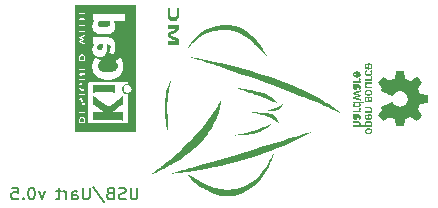
<source format=gbo>
%TF.GenerationSoftware,KiCad,Pcbnew,9.0.1-9.0.1-0~ubuntu24.10.1*%
%TF.CreationDate,2025-04-24T18:54:48+02:00*%
%TF.ProjectId,usb_uart_1V8,7573625f-7561-4727-945f-3156382e6b69,0.5*%
%TF.SameCoordinates,Original*%
%TF.FileFunction,Legend,Bot*%
%TF.FilePolarity,Positive*%
%FSLAX46Y46*%
G04 Gerber Fmt 4.6, Leading zero omitted, Abs format (unit mm)*
G04 Created by KiCad (PCBNEW 9.0.1-9.0.1-0~ubuntu24.10.1) date 2025-04-24 18:54:48*
%MOMM*%
%LPD*%
G01*
G04 APERTURE LIST*
%ADD10C,0.153000*%
%ADD11C,0.000000*%
G04 APERTURE END LIST*
D10*
X144187247Y-137045663D02*
X144187247Y-137855186D01*
X144187247Y-137855186D02*
X144139628Y-137950424D01*
X144139628Y-137950424D02*
X144092009Y-137998044D01*
X144092009Y-137998044D02*
X143996771Y-138045663D01*
X143996771Y-138045663D02*
X143806295Y-138045663D01*
X143806295Y-138045663D02*
X143711057Y-137998044D01*
X143711057Y-137998044D02*
X143663438Y-137950424D01*
X143663438Y-137950424D02*
X143615819Y-137855186D01*
X143615819Y-137855186D02*
X143615819Y-137045663D01*
X143187247Y-137998044D02*
X143044390Y-138045663D01*
X143044390Y-138045663D02*
X142806295Y-138045663D01*
X142806295Y-138045663D02*
X142711057Y-137998044D01*
X142711057Y-137998044D02*
X142663438Y-137950424D01*
X142663438Y-137950424D02*
X142615819Y-137855186D01*
X142615819Y-137855186D02*
X142615819Y-137759948D01*
X142615819Y-137759948D02*
X142663438Y-137664710D01*
X142663438Y-137664710D02*
X142711057Y-137617091D01*
X142711057Y-137617091D02*
X142806295Y-137569472D01*
X142806295Y-137569472D02*
X142996771Y-137521853D01*
X142996771Y-137521853D02*
X143092009Y-137474234D01*
X143092009Y-137474234D02*
X143139628Y-137426615D01*
X143139628Y-137426615D02*
X143187247Y-137331377D01*
X143187247Y-137331377D02*
X143187247Y-137236139D01*
X143187247Y-137236139D02*
X143139628Y-137140901D01*
X143139628Y-137140901D02*
X143092009Y-137093282D01*
X143092009Y-137093282D02*
X142996771Y-137045663D01*
X142996771Y-137045663D02*
X142758676Y-137045663D01*
X142758676Y-137045663D02*
X142615819Y-137093282D01*
X141853914Y-137521853D02*
X141711057Y-137569472D01*
X141711057Y-137569472D02*
X141663438Y-137617091D01*
X141663438Y-137617091D02*
X141615819Y-137712329D01*
X141615819Y-137712329D02*
X141615819Y-137855186D01*
X141615819Y-137855186D02*
X141663438Y-137950424D01*
X141663438Y-137950424D02*
X141711057Y-137998044D01*
X141711057Y-137998044D02*
X141806295Y-138045663D01*
X141806295Y-138045663D02*
X142187247Y-138045663D01*
X142187247Y-138045663D02*
X142187247Y-137045663D01*
X142187247Y-137045663D02*
X141853914Y-137045663D01*
X141853914Y-137045663D02*
X141758676Y-137093282D01*
X141758676Y-137093282D02*
X141711057Y-137140901D01*
X141711057Y-137140901D02*
X141663438Y-137236139D01*
X141663438Y-137236139D02*
X141663438Y-137331377D01*
X141663438Y-137331377D02*
X141711057Y-137426615D01*
X141711057Y-137426615D02*
X141758676Y-137474234D01*
X141758676Y-137474234D02*
X141853914Y-137521853D01*
X141853914Y-137521853D02*
X142187247Y-137521853D01*
X140472962Y-136998044D02*
X141330104Y-138283758D01*
X140139628Y-137045663D02*
X140139628Y-137855186D01*
X140139628Y-137855186D02*
X140092009Y-137950424D01*
X140092009Y-137950424D02*
X140044390Y-137998044D01*
X140044390Y-137998044D02*
X139949152Y-138045663D01*
X139949152Y-138045663D02*
X139758676Y-138045663D01*
X139758676Y-138045663D02*
X139663438Y-137998044D01*
X139663438Y-137998044D02*
X139615819Y-137950424D01*
X139615819Y-137950424D02*
X139568200Y-137855186D01*
X139568200Y-137855186D02*
X139568200Y-137045663D01*
X138663438Y-138045663D02*
X138663438Y-137521853D01*
X138663438Y-137521853D02*
X138711057Y-137426615D01*
X138711057Y-137426615D02*
X138806295Y-137378996D01*
X138806295Y-137378996D02*
X138996771Y-137378996D01*
X138996771Y-137378996D02*
X139092009Y-137426615D01*
X138663438Y-137998044D02*
X138758676Y-138045663D01*
X138758676Y-138045663D02*
X138996771Y-138045663D01*
X138996771Y-138045663D02*
X139092009Y-137998044D01*
X139092009Y-137998044D02*
X139139628Y-137902805D01*
X139139628Y-137902805D02*
X139139628Y-137807567D01*
X139139628Y-137807567D02*
X139092009Y-137712329D01*
X139092009Y-137712329D02*
X138996771Y-137664710D01*
X138996771Y-137664710D02*
X138758676Y-137664710D01*
X138758676Y-137664710D02*
X138663438Y-137617091D01*
X138187247Y-138045663D02*
X138187247Y-137378996D01*
X138187247Y-137569472D02*
X138139628Y-137474234D01*
X138139628Y-137474234D02*
X138092009Y-137426615D01*
X138092009Y-137426615D02*
X137996771Y-137378996D01*
X137996771Y-137378996D02*
X137901533Y-137378996D01*
X137711056Y-137378996D02*
X137330104Y-137378996D01*
X137568199Y-137045663D02*
X137568199Y-137902805D01*
X137568199Y-137902805D02*
X137520580Y-137998044D01*
X137520580Y-137998044D02*
X137425342Y-138045663D01*
X137425342Y-138045663D02*
X137330104Y-138045663D01*
X136330103Y-137378996D02*
X136092008Y-138045663D01*
X136092008Y-138045663D02*
X135853913Y-137378996D01*
X135282484Y-137045663D02*
X135187246Y-137045663D01*
X135187246Y-137045663D02*
X135092008Y-137093282D01*
X135092008Y-137093282D02*
X135044389Y-137140901D01*
X135044389Y-137140901D02*
X134996770Y-137236139D01*
X134996770Y-137236139D02*
X134949151Y-137426615D01*
X134949151Y-137426615D02*
X134949151Y-137664710D01*
X134949151Y-137664710D02*
X134996770Y-137855186D01*
X134996770Y-137855186D02*
X135044389Y-137950424D01*
X135044389Y-137950424D02*
X135092008Y-137998044D01*
X135092008Y-137998044D02*
X135187246Y-138045663D01*
X135187246Y-138045663D02*
X135282484Y-138045663D01*
X135282484Y-138045663D02*
X135377722Y-137998044D01*
X135377722Y-137998044D02*
X135425341Y-137950424D01*
X135425341Y-137950424D02*
X135472960Y-137855186D01*
X135472960Y-137855186D02*
X135520579Y-137664710D01*
X135520579Y-137664710D02*
X135520579Y-137426615D01*
X135520579Y-137426615D02*
X135472960Y-137236139D01*
X135472960Y-137236139D02*
X135425341Y-137140901D01*
X135425341Y-137140901D02*
X135377722Y-137093282D01*
X135377722Y-137093282D02*
X135282484Y-137045663D01*
X134520579Y-137950424D02*
X134472960Y-137998044D01*
X134472960Y-137998044D02*
X134520579Y-138045663D01*
X134520579Y-138045663D02*
X134568198Y-137998044D01*
X134568198Y-137998044D02*
X134520579Y-137950424D01*
X134520579Y-137950424D02*
X134520579Y-138045663D01*
X133568199Y-137045663D02*
X134044389Y-137045663D01*
X134044389Y-137045663D02*
X134092008Y-137521853D01*
X134092008Y-137521853D02*
X134044389Y-137474234D01*
X134044389Y-137474234D02*
X133949151Y-137426615D01*
X133949151Y-137426615D02*
X133711056Y-137426615D01*
X133711056Y-137426615D02*
X133615818Y-137474234D01*
X133615818Y-137474234D02*
X133568199Y-137521853D01*
X133568199Y-137521853D02*
X133520580Y-137617091D01*
X133520580Y-137617091D02*
X133520580Y-137855186D01*
X133520580Y-137855186D02*
X133568199Y-137950424D01*
X133568199Y-137950424D02*
X133615818Y-137998044D01*
X133615818Y-137998044D02*
X133711056Y-138045663D01*
X133711056Y-138045663D02*
X133949151Y-138045663D01*
X133949151Y-138045663D02*
X134044389Y-137998044D01*
X134044389Y-137998044D02*
X134092008Y-137950424D01*
D11*
%TO.C,G\u002A\u002A\u002A*%
G36*
X151716622Y-123302477D02*
G01*
X151831539Y-123303148D01*
X151930305Y-123304779D01*
X152016026Y-123307623D01*
X152091812Y-123311935D01*
X152160769Y-123317970D01*
X152226007Y-123325983D01*
X152290633Y-123336228D01*
X152357755Y-123348959D01*
X152430480Y-123364432D01*
X152571285Y-123399214D01*
X152779960Y-123464940D01*
X152983271Y-123546670D01*
X153181696Y-123644798D01*
X153375714Y-123759716D01*
X153565803Y-123891816D01*
X153752441Y-124041489D01*
X153936105Y-124209129D01*
X154117274Y-124395127D01*
X154296426Y-124599877D01*
X154474038Y-124823769D01*
X154650589Y-125067196D01*
X154826557Y-125330551D01*
X154831844Y-125338790D01*
X154864959Y-125390999D01*
X154902139Y-125450471D01*
X154942039Y-125514975D01*
X154983318Y-125582281D01*
X155024631Y-125650159D01*
X155064637Y-125716379D01*
X155101992Y-125778711D01*
X155135353Y-125834924D01*
X155163377Y-125882789D01*
X155184721Y-125920075D01*
X155198042Y-125944552D01*
X155201997Y-125953991D01*
X155198229Y-125951077D01*
X155181817Y-125935474D01*
X155153742Y-125907714D01*
X155115449Y-125869256D01*
X155068384Y-125821562D01*
X155013992Y-125766093D01*
X154953718Y-125704308D01*
X154889008Y-125637669D01*
X154825154Y-125572096D01*
X154717175Y-125462555D01*
X154607132Y-125352459D01*
X154497295Y-125244014D01*
X154389935Y-125139426D01*
X154287323Y-125040900D01*
X154191730Y-124950644D01*
X154105425Y-124870862D01*
X154030680Y-124803761D01*
X153854882Y-124653317D01*
X153633413Y-124476569D01*
X153417014Y-124318711D01*
X153205144Y-124179453D01*
X152997261Y-124058504D01*
X152792823Y-123955577D01*
X152591288Y-123870381D01*
X152392114Y-123802627D01*
X152194759Y-123752026D01*
X151998680Y-123718287D01*
X151990911Y-123717325D01*
X151931264Y-123711932D01*
X151856011Y-123707703D01*
X151769191Y-123704666D01*
X151674844Y-123702848D01*
X151577009Y-123702278D01*
X151479728Y-123702982D01*
X151387039Y-123704989D01*
X151302984Y-123708326D01*
X151231600Y-123713021D01*
X151077700Y-123728337D01*
X150819092Y-123765568D01*
X150573841Y-123816423D01*
X150340412Y-123881413D01*
X150117273Y-123961053D01*
X149902887Y-124055852D01*
X149695721Y-124166325D01*
X149494240Y-124292982D01*
X149446388Y-124325811D01*
X149378412Y-124374201D01*
X149313289Y-124423089D01*
X149248946Y-124474285D01*
X149183310Y-124529599D01*
X149114308Y-124590840D01*
X149039866Y-124659818D01*
X148957911Y-124738345D01*
X148866371Y-124828229D01*
X148763171Y-124931281D01*
X148703569Y-124991183D01*
X148630448Y-125064554D01*
X148570766Y-125123947D01*
X148523950Y-125169562D01*
X148489428Y-125201601D01*
X148466627Y-125220269D01*
X148454976Y-125225766D01*
X148453901Y-125218295D01*
X148462830Y-125198058D01*
X148481191Y-125165258D01*
X148508411Y-125120098D01*
X148543918Y-125062778D01*
X148587140Y-124993503D01*
X148726809Y-124782314D01*
X148892271Y-124561999D01*
X149066759Y-124359804D01*
X149250456Y-124175596D01*
X149443549Y-124009239D01*
X149646222Y-123860600D01*
X149858662Y-123729542D01*
X150081053Y-123615933D01*
X150313580Y-123519637D01*
X150556429Y-123440520D01*
X150809785Y-123378446D01*
X150902787Y-123359817D01*
X150991810Y-123343699D01*
X151075644Y-123330776D01*
X151157929Y-123320730D01*
X151242306Y-123313239D01*
X151332417Y-123307983D01*
X151431902Y-123304642D01*
X151544403Y-123302895D01*
X151673560Y-123302422D01*
X151716622Y-123302477D01*
G37*
G36*
X155768245Y-134117427D02*
G01*
X155766709Y-134129576D01*
X155760872Y-134155603D01*
X155751781Y-134190740D01*
X155683859Y-134418542D01*
X155580962Y-134707724D01*
X155460589Y-134994788D01*
X155324190Y-135276775D01*
X155173216Y-135550730D01*
X155009116Y-135813698D01*
X154833343Y-136062720D01*
X154645809Y-136298527D01*
X154448319Y-136519977D01*
X154242599Y-136725219D01*
X154029285Y-136913851D01*
X153809011Y-137085470D01*
X153582415Y-137239673D01*
X153350132Y-137376058D01*
X153112799Y-137494223D01*
X152871051Y-137593764D01*
X152625525Y-137674280D01*
X152376856Y-137735367D01*
X152125680Y-137776622D01*
X152118660Y-137777452D01*
X152062423Y-137782289D01*
X151993056Y-137785880D01*
X151914735Y-137788226D01*
X151831638Y-137789330D01*
X151747941Y-137789194D01*
X151667819Y-137787820D01*
X151595451Y-137785210D01*
X151535013Y-137781367D01*
X151490680Y-137776292D01*
X151481008Y-137774700D01*
X151258916Y-137730479D01*
X151028172Y-137670499D01*
X150791521Y-137595698D01*
X150551708Y-137507015D01*
X150311477Y-137405389D01*
X150073573Y-137291758D01*
X149980747Y-137243849D01*
X149737844Y-137108908D01*
X149509980Y-136967889D01*
X149297898Y-136821390D01*
X149102340Y-136670005D01*
X148924045Y-136514330D01*
X148763757Y-136354961D01*
X148622216Y-136192494D01*
X148500164Y-136027525D01*
X148496600Y-136022234D01*
X148470312Y-135982480D01*
X148449411Y-135949612D01*
X148435939Y-135926916D01*
X148431936Y-135917678D01*
X148432158Y-135917654D01*
X148443371Y-135922961D01*
X148469927Y-135937341D01*
X148509888Y-135959693D01*
X148561315Y-135988917D01*
X148622271Y-136023912D01*
X148690817Y-136063577D01*
X148765013Y-136106811D01*
X148914151Y-136193515D01*
X149139993Y-136322652D01*
X149351525Y-136440632D01*
X149550022Y-136547989D01*
X149736757Y-136645257D01*
X149913005Y-136732968D01*
X150080038Y-136811658D01*
X150239132Y-136881860D01*
X150391561Y-136944107D01*
X150538597Y-136998934D01*
X150681515Y-137046873D01*
X150821589Y-137088459D01*
X150960092Y-137124226D01*
X151098299Y-137154706D01*
X151237484Y-137180434D01*
X151378920Y-137201944D01*
X151422087Y-137206784D01*
X151494785Y-137212201D01*
X151580581Y-137216349D01*
X151675356Y-137219199D01*
X151774990Y-137220725D01*
X151875364Y-137220899D01*
X151972360Y-137219692D01*
X152061857Y-137217076D01*
X152139737Y-137213025D01*
X152201880Y-137207509D01*
X152300453Y-137194830D01*
X152566433Y-137149574D01*
X152819514Y-137089373D01*
X153060938Y-137013641D01*
X153291949Y-136921791D01*
X153513789Y-136813235D01*
X153727701Y-136687388D01*
X153934926Y-136543661D01*
X154136709Y-136381468D01*
X154334291Y-136200223D01*
X154388333Y-136146747D01*
X154484170Y-136047665D01*
X154577747Y-135945003D01*
X154669931Y-135837509D01*
X154761591Y-135723929D01*
X154853596Y-135603012D01*
X154946813Y-135473504D01*
X155042111Y-135334154D01*
X155140358Y-135183709D01*
X155242423Y-135020917D01*
X155349173Y-134844524D01*
X155461478Y-134653279D01*
X155580204Y-134445928D01*
X155706222Y-134221220D01*
X155728548Y-134181578D01*
X155747998Y-134148073D01*
X155761827Y-134125410D01*
X155767965Y-134117080D01*
X155768245Y-134117427D01*
G37*
G36*
X148602074Y-125981516D02*
G01*
X148637587Y-125986386D01*
X148691207Y-125995188D01*
X148762147Y-126007765D01*
X148849619Y-126023962D01*
X148952837Y-126043622D01*
X149071014Y-126066589D01*
X149203362Y-126092707D01*
X149349095Y-126121821D01*
X149507426Y-126153773D01*
X149677566Y-126188407D01*
X149858730Y-126225569D01*
X150050131Y-126265101D01*
X150250981Y-126306848D01*
X150460493Y-126350653D01*
X150677880Y-126396360D01*
X151293554Y-126530427D01*
X151963232Y-126686513D01*
X152617743Y-126850258D01*
X153259248Y-127022282D01*
X153889901Y-127203207D01*
X154511862Y-127393654D01*
X155127287Y-127594244D01*
X155738334Y-127805597D01*
X156347160Y-128028335D01*
X156628984Y-128135814D01*
X157033000Y-128295516D01*
X157427913Y-128458318D01*
X157812488Y-128623637D01*
X158185493Y-128790893D01*
X158545693Y-128959503D01*
X158891855Y-129128886D01*
X159222744Y-129298461D01*
X159537127Y-129467647D01*
X159833771Y-129635860D01*
X160111440Y-129802521D01*
X160189808Y-129851502D01*
X160303921Y-129924284D01*
X160423280Y-130001895D01*
X160545057Y-130082418D01*
X160666423Y-130163934D01*
X160784550Y-130244523D01*
X160896608Y-130322267D01*
X160999768Y-130395247D01*
X161091202Y-130461544D01*
X161168080Y-130519239D01*
X161176892Y-130526045D01*
X161216007Y-130556900D01*
X161259089Y-130591703D01*
X161303309Y-130628072D01*
X161345834Y-130663624D01*
X161383837Y-130695980D01*
X161414485Y-130722758D01*
X161434950Y-130741576D01*
X161442400Y-130750053D01*
X161442268Y-130750625D01*
X161439772Y-130751113D01*
X161432782Y-130749165D01*
X161419560Y-130744001D01*
X161398373Y-130734843D01*
X161367484Y-130720912D01*
X161325157Y-130701429D01*
X161269658Y-130675615D01*
X161199251Y-130642693D01*
X161112200Y-130601882D01*
X161103859Y-130597971D01*
X160858474Y-130484614D01*
X160594464Y-130365764D01*
X160312644Y-130241735D01*
X160013830Y-130112838D01*
X159698836Y-129979389D01*
X159368479Y-129841700D01*
X159023573Y-129700084D01*
X158664934Y-129554854D01*
X158293378Y-129406324D01*
X157909719Y-129254807D01*
X157514773Y-129100616D01*
X157109356Y-128944064D01*
X156694283Y-128785465D01*
X156270368Y-128625132D01*
X155838429Y-128463378D01*
X155399279Y-128300517D01*
X154953734Y-128136861D01*
X154502610Y-127972724D01*
X154046722Y-127808419D01*
X153586886Y-127644259D01*
X153123916Y-127480558D01*
X152658628Y-127317629D01*
X152191838Y-127155785D01*
X151724360Y-126995339D01*
X151572937Y-126943724D01*
X151400023Y-126885038D01*
X151233808Y-126828944D01*
X151072548Y-126774882D01*
X150914499Y-126722291D01*
X150757916Y-126670610D01*
X150601054Y-126619278D01*
X150442169Y-126567735D01*
X150279517Y-126515419D01*
X150111351Y-126461771D01*
X149935929Y-126406229D01*
X149751506Y-126348233D01*
X149556336Y-126287222D01*
X149348675Y-126222634D01*
X149126780Y-126153911D01*
X148888904Y-126080490D01*
X148633304Y-126001810D01*
X148611599Y-125994627D01*
X148590727Y-125986170D01*
X148584380Y-125981154D01*
X148585454Y-125980733D01*
X148602074Y-125981516D01*
G37*
G36*
X151277613Y-129669050D02*
G01*
X151279468Y-129675221D01*
X151279530Y-129699898D01*
X151276230Y-129740500D01*
X151269962Y-129794546D01*
X151261118Y-129859552D01*
X151250090Y-129933033D01*
X151237270Y-130012508D01*
X151223052Y-130095493D01*
X151207828Y-130179504D01*
X151191990Y-130262059D01*
X151175931Y-130340674D01*
X151160044Y-130412865D01*
X151138759Y-130499910D01*
X151079863Y-130704034D01*
X151006889Y-130916766D01*
X150921102Y-131135305D01*
X150823769Y-131356853D01*
X150716155Y-131578612D01*
X150599524Y-131797782D01*
X150475144Y-132011565D01*
X150344278Y-132217160D01*
X150296909Y-132287458D01*
X150146285Y-132500609D01*
X149991255Y-132703818D01*
X149828223Y-132901500D01*
X149653591Y-133098072D01*
X149463760Y-133297949D01*
X149462038Y-133299709D01*
X149252280Y-133507762D01*
X149038845Y-133706752D01*
X148818510Y-133899409D01*
X148588052Y-134088463D01*
X148344247Y-134276644D01*
X148083870Y-134466684D01*
X148072731Y-134474580D01*
X148009288Y-134518756D01*
X147935236Y-134569264D01*
X147853984Y-134623863D01*
X147768946Y-134680310D01*
X147683532Y-134736365D01*
X147601156Y-134789785D01*
X147525227Y-134838330D01*
X147459158Y-134879757D01*
X147406360Y-134911825D01*
X147344108Y-134948171D01*
X147251958Y-135000588D01*
X147150606Y-135056908D01*
X147041476Y-135116418D01*
X146925995Y-135178405D01*
X146805588Y-135242157D01*
X146681682Y-135306960D01*
X146555702Y-135372102D01*
X146429075Y-135436871D01*
X146303226Y-135500554D01*
X146179581Y-135562438D01*
X146059566Y-135621810D01*
X145944607Y-135677959D01*
X145836130Y-135730170D01*
X145735560Y-135777733D01*
X145644324Y-135819933D01*
X145563847Y-135856058D01*
X145495556Y-135885397D01*
X145440876Y-135907235D01*
X145401233Y-135920860D01*
X145378052Y-135925560D01*
X145373907Y-135924416D01*
X145375323Y-135917423D01*
X145387534Y-135903370D01*
X145411484Y-135881450D01*
X145448120Y-135850855D01*
X145498387Y-135810778D01*
X145563232Y-135760413D01*
X145643600Y-135698953D01*
X145701443Y-135654945D01*
X145802719Y-135577830D01*
X145890976Y-135510512D01*
X145968316Y-135451360D01*
X146036841Y-135398746D01*
X146098653Y-135351039D01*
X146155853Y-135306610D01*
X146210543Y-135263830D01*
X146264825Y-135221068D01*
X146320801Y-135176694D01*
X146380572Y-135129080D01*
X146446240Y-135076595D01*
X146556741Y-134987673D01*
X146914002Y-134693127D01*
X147263854Y-134393904D01*
X147605589Y-134090788D01*
X147938498Y-133784565D01*
X148261875Y-133476017D01*
X148575011Y-133165928D01*
X148877199Y-132855083D01*
X149167730Y-132544265D01*
X149445896Y-132234258D01*
X149710990Y-131925846D01*
X149962304Y-131619814D01*
X150199130Y-131316944D01*
X150420759Y-131018021D01*
X150626485Y-130723829D01*
X150815599Y-130435152D01*
X150987393Y-130152774D01*
X151141159Y-129877478D01*
X151142772Y-129874449D01*
X151182204Y-129801532D01*
X151213785Y-129745719D01*
X151238315Y-129705787D01*
X151256596Y-129680514D01*
X151269429Y-129668676D01*
X151277613Y-129669050D01*
G37*
G36*
X159009974Y-132298936D02*
G01*
X159011892Y-132303496D01*
X159001698Y-132313469D01*
X158978203Y-132329639D01*
X158940221Y-132352788D01*
X158886562Y-132383701D01*
X158816040Y-132423161D01*
X158641092Y-132519021D01*
X158153498Y-132774889D01*
X157648220Y-133024130D01*
X157126518Y-133266309D01*
X156589649Y-133500989D01*
X156038871Y-133727735D01*
X155475442Y-133946110D01*
X154900620Y-134155679D01*
X154315664Y-134356006D01*
X153721832Y-134546655D01*
X153120381Y-134727189D01*
X152512569Y-134897174D01*
X151899655Y-135056174D01*
X151282897Y-135203751D01*
X150663553Y-135339471D01*
X150042880Y-135462898D01*
X150006599Y-135469708D01*
X149847604Y-135498809D01*
X149680976Y-135528200D01*
X149508250Y-135557664D01*
X149330962Y-135586989D01*
X149150648Y-135615959D01*
X148968841Y-135644361D01*
X148787079Y-135671979D01*
X148606896Y-135698600D01*
X148429828Y-135724009D01*
X148257409Y-135747991D01*
X148091177Y-135770333D01*
X147932665Y-135790820D01*
X147783409Y-135809237D01*
X147644945Y-135825371D01*
X147518808Y-135839006D01*
X147406533Y-135849929D01*
X147309656Y-135857924D01*
X147229712Y-135862779D01*
X147168237Y-135864277D01*
X147134173Y-135863685D01*
X147116089Y-135861690D01*
X147112393Y-135857401D01*
X147120075Y-135849920D01*
X147124523Y-135846808D01*
X147132050Y-135842423D01*
X147142294Y-135837446D01*
X147156097Y-135831625D01*
X147174297Y-135824708D01*
X147197737Y-135816444D01*
X147227255Y-135806580D01*
X147263693Y-135794866D01*
X147307891Y-135781049D01*
X147360690Y-135764877D01*
X147422929Y-135746100D01*
X147495449Y-135724465D01*
X147579090Y-135699721D01*
X147674694Y-135671616D01*
X147783100Y-135639898D01*
X147905149Y-135604315D01*
X148041680Y-135564617D01*
X148193536Y-135520550D01*
X148361555Y-135471864D01*
X148546579Y-135418307D01*
X148749447Y-135359626D01*
X148971000Y-135295571D01*
X149208841Y-135226787D01*
X149856893Y-135039033D01*
X150485763Y-134856329D01*
X151095790Y-134678576D01*
X151687315Y-134505671D01*
X152260678Y-134337513D01*
X152816220Y-134174000D01*
X153354281Y-134015030D01*
X153875201Y-133860503D01*
X154379322Y-133710316D01*
X154866984Y-133564368D01*
X155338527Y-133422557D01*
X155794291Y-133284782D01*
X156234618Y-133150941D01*
X156659847Y-133020933D01*
X157070320Y-132894655D01*
X157466376Y-132772007D01*
X157848356Y-132652887D01*
X158216600Y-132537193D01*
X158335313Y-132499791D01*
X158469796Y-132457549D01*
X158586680Y-132421006D01*
X158686938Y-132389869D01*
X158771547Y-132363841D01*
X158841480Y-132342627D01*
X158897713Y-132325933D01*
X158941222Y-132313462D01*
X158972982Y-132304920D01*
X158993967Y-132300011D01*
X159005154Y-132298440D01*
X159009974Y-132298936D01*
G37*
G36*
X147693757Y-121835355D02*
G01*
X147699799Y-121859066D01*
X147708617Y-121899592D01*
X147718372Y-121948978D01*
X147727843Y-122001280D01*
X147732768Y-122033280D01*
X147741568Y-122119992D01*
X147745703Y-122213606D01*
X147745275Y-122308765D01*
X147740382Y-122400108D01*
X147731125Y-122482280D01*
X147717604Y-122549920D01*
X147688255Y-122639850D01*
X147641984Y-122736362D01*
X147585089Y-122818036D01*
X147518636Y-122884032D01*
X147443691Y-122933510D01*
X147361320Y-122965631D01*
X147272589Y-122979556D01*
X147178564Y-122974445D01*
X147164447Y-122972075D01*
X147071227Y-122945794D01*
X146989657Y-122902954D01*
X146919875Y-122843731D01*
X146862020Y-122768300D01*
X146816229Y-122676836D01*
X146782642Y-122569514D01*
X146761397Y-122446510D01*
X146757937Y-122409670D01*
X146754229Y-122313149D01*
X146756283Y-122207220D01*
X146763696Y-122098806D01*
X146776066Y-121994831D01*
X146792992Y-121902220D01*
X146803867Y-121853960D01*
X146889214Y-121853960D01*
X146904252Y-121854080D01*
X146940184Y-121855479D01*
X146965184Y-121858119D01*
X146974559Y-121861580D01*
X146974479Y-121862788D01*
X146972006Y-121879178D01*
X146966772Y-121908966D01*
X146959724Y-121946716D01*
X146946437Y-122025049D01*
X146933761Y-122135196D01*
X146929162Y-122237353D01*
X146932618Y-122328847D01*
X146944110Y-122407006D01*
X146963619Y-122469157D01*
X146972054Y-122486677D01*
X147013825Y-122545617D01*
X147069548Y-122590134D01*
X147138464Y-122619741D01*
X147219811Y-122633948D01*
X147288152Y-122633729D01*
X147366044Y-122618023D01*
X147432860Y-122585497D01*
X147487882Y-122536660D01*
X147530392Y-122472025D01*
X147559671Y-122392103D01*
X147561373Y-122385078D01*
X147570473Y-122321308D01*
X147572554Y-122244943D01*
X147567902Y-122161609D01*
X147556804Y-122076933D01*
X147539546Y-121996540D01*
X147532588Y-121969923D01*
X147523491Y-121933713D01*
X147517648Y-121908535D01*
X147516087Y-121898681D01*
X147519355Y-121896465D01*
X147536292Y-121885321D01*
X147564246Y-121867058D01*
X147599400Y-121844175D01*
X147680680Y-121791349D01*
X147693757Y-121835355D01*
G37*
G36*
X147081866Y-127807720D02*
G01*
X147080145Y-127814580D01*
X147073309Y-127841182D01*
X147062899Y-127881288D01*
X147049987Y-127930776D01*
X147035646Y-127985520D01*
X147005354Y-128108053D01*
X146972943Y-128253685D01*
X146940397Y-128413780D01*
X146908217Y-128585355D01*
X146876902Y-128765426D01*
X146846950Y-128951010D01*
X146818862Y-129139121D01*
X146793135Y-129326777D01*
X146770269Y-129510993D01*
X146750763Y-129688785D01*
X146744781Y-129753706D01*
X146739357Y-129828409D01*
X146735079Y-129908517D01*
X146731959Y-129995267D01*
X146730006Y-130089901D01*
X146729232Y-130193657D01*
X146729649Y-130307775D01*
X146731266Y-130433495D01*
X146734095Y-130572057D01*
X146738147Y-130724700D01*
X146743433Y-130892665D01*
X146749963Y-131077190D01*
X146757750Y-131279515D01*
X146766803Y-131500880D01*
X146769116Y-131555541D01*
X146773261Y-131651167D01*
X146777505Y-131746462D01*
X146781663Y-131837432D01*
X146785552Y-131920081D01*
X146788988Y-131990415D01*
X146791788Y-132044440D01*
X146794043Y-132087921D01*
X146796873Y-132149268D01*
X146799036Y-132204584D01*
X146800352Y-132249119D01*
X146800641Y-132278120D01*
X146799831Y-132334000D01*
X146785100Y-132288280D01*
X146780151Y-132271899D01*
X146769796Y-132235304D01*
X146756457Y-132186524D01*
X146741322Y-132129917D01*
X146725578Y-132069840D01*
X146722986Y-132059815D01*
X146645588Y-131723229D01*
X146585767Y-131381809D01*
X146543179Y-131033232D01*
X146517476Y-130675173D01*
X146516660Y-130656778D01*
X146514036Y-130568710D01*
X146512689Y-130467020D01*
X146512551Y-130355947D01*
X146513549Y-130239735D01*
X146515615Y-130122623D01*
X146518677Y-130008853D01*
X146522666Y-129902667D01*
X146527511Y-129808306D01*
X146533142Y-129730011D01*
X146545890Y-129603515D01*
X146590525Y-129298712D01*
X146655060Y-128990812D01*
X146739419Y-128680119D01*
X146843521Y-128366934D01*
X146967290Y-128051560D01*
X146990275Y-127997509D01*
X147019111Y-127930980D01*
X147043347Y-127876649D01*
X147062361Y-127835837D01*
X147075532Y-127809864D01*
X147082241Y-127800051D01*
X147081866Y-127807720D01*
G37*
G36*
X147736557Y-123512580D02*
G01*
X147736554Y-123738640D01*
X147370797Y-123931550D01*
X147337947Y-123948897D01*
X147260963Y-123989725D01*
X147190638Y-124027265D01*
X147128862Y-124060492D01*
X147077525Y-124088381D01*
X147038515Y-124109908D01*
X147013724Y-124124050D01*
X147005040Y-124129782D01*
X147006242Y-124130814D01*
X147021199Y-124139414D01*
X147051734Y-124155695D01*
X147095924Y-124178671D01*
X147151848Y-124207353D01*
X147217584Y-124240754D01*
X147291209Y-124277886D01*
X147370800Y-124317760D01*
X147736560Y-124500415D01*
X147736560Y-124726588D01*
X147736560Y-124952760D01*
X147253960Y-124952760D01*
X146771360Y-124952760D01*
X146771360Y-124805440D01*
X146771360Y-124658120D01*
X147058380Y-124658928D01*
X147135276Y-124659394D01*
X147213052Y-124660351D01*
X147285283Y-124661708D01*
X147348273Y-124663381D01*
X147398330Y-124665288D01*
X147431760Y-124667345D01*
X147447371Y-124668660D01*
X147484358Y-124671232D01*
X147511002Y-124672292D01*
X147522364Y-124671607D01*
X147520720Y-124670229D01*
X147504683Y-124661234D01*
X147473157Y-124644738D01*
X147428016Y-124621687D01*
X147371131Y-124593027D01*
X147304376Y-124559703D01*
X147229622Y-124522662D01*
X147148742Y-124482850D01*
X146770876Y-124297440D01*
X146773658Y-124141056D01*
X146776440Y-123984671D01*
X147150270Y-123786752D01*
X147190810Y-123765264D01*
X147267927Y-123724239D01*
X147338144Y-123686692D01*
X147399615Y-123653622D01*
X147450493Y-123626028D01*
X147488933Y-123604908D01*
X147513087Y-123591262D01*
X147521110Y-123586089D01*
X147518163Y-123585736D01*
X147498826Y-123585864D01*
X147464577Y-123587006D01*
X147419010Y-123589030D01*
X147365720Y-123591806D01*
X147307110Y-123594475D01*
X147233728Y-123596894D01*
X147152590Y-123598869D01*
X147070019Y-123600247D01*
X146992340Y-123600874D01*
X146771360Y-123601480D01*
X146771360Y-123444000D01*
X146771360Y-123286520D01*
X147253960Y-123286520D01*
X147736560Y-123286520D01*
X147736557Y-123512580D01*
G37*
G36*
X153949672Y-130672795D02*
G01*
X154004726Y-130674050D01*
X154070508Y-130676042D01*
X154144579Y-130678682D01*
X154224501Y-130681884D01*
X154307834Y-130685561D01*
X154392141Y-130689624D01*
X154474983Y-130693987D01*
X154553920Y-130698562D01*
X154662203Y-130705494D01*
X154853276Y-130719508D01*
X155025756Y-130734651D01*
X155179357Y-130750889D01*
X155313797Y-130768186D01*
X155428790Y-130786509D01*
X155524053Y-130805821D01*
X155599301Y-130826090D01*
X155674995Y-130858731D01*
X155757443Y-130911754D01*
X155844390Y-130984490D01*
X155863315Y-131002410D01*
X155897350Y-131037368D01*
X155928720Y-131074234D01*
X155958650Y-131115148D01*
X155988363Y-131162251D01*
X156019082Y-131217682D01*
X156052031Y-131283583D01*
X156088432Y-131362093D01*
X156129510Y-131455353D01*
X156176487Y-131565504D01*
X156190892Y-131599647D01*
X156157266Y-131575997D01*
X156142513Y-131565478D01*
X156111627Y-131543146D01*
X156073161Y-131515117D01*
X156032200Y-131485086D01*
X156026992Y-131481263D01*
X155947045Y-131424173D01*
X155855418Y-131361214D01*
X155757761Y-131296153D01*
X155659723Y-131232758D01*
X155566952Y-131174796D01*
X155534642Y-131155500D01*
X155477857Y-131124240D01*
X155419229Y-131095860D01*
X155355163Y-131068891D01*
X155282061Y-131041864D01*
X155196329Y-131013310D01*
X155094369Y-130981760D01*
X155080090Y-130977532D01*
X155026380Y-130962371D01*
X154956782Y-130943514D01*
X154874186Y-130921688D01*
X154781485Y-130897623D01*
X154681570Y-130872047D01*
X154577332Y-130845688D01*
X154471664Y-130819274D01*
X154367456Y-130793535D01*
X154267600Y-130769198D01*
X154174988Y-130746992D01*
X154092511Y-130727645D01*
X154023060Y-130711886D01*
X153995615Y-130705732D01*
X153947195Y-130694459D01*
X153908370Y-130684866D01*
X153882563Y-130677815D01*
X153873200Y-130674168D01*
X153881502Y-130672844D01*
X153907785Y-130672364D01*
X153949672Y-130672795D01*
G37*
G36*
X152607881Y-128617195D02*
G01*
X152644040Y-128619560D01*
X152697711Y-128624326D01*
X152770220Y-128631540D01*
X152883021Y-128643771D01*
X153136833Y-128675819D01*
X153392808Y-128714104D01*
X153647744Y-128757980D01*
X153898441Y-128806805D01*
X154141696Y-128859934D01*
X154374309Y-128916724D01*
X154593079Y-128976530D01*
X154794803Y-129038709D01*
X154892262Y-129072483D01*
X155118351Y-129165315D01*
X155333152Y-129274831D01*
X155537503Y-129401482D01*
X155732240Y-129545720D01*
X155773357Y-129580002D01*
X155821831Y-129622353D01*
X155874375Y-129669734D01*
X155928218Y-129719523D01*
X155980588Y-129769095D01*
X156028714Y-129815826D01*
X156069824Y-129857092D01*
X156101146Y-129890270D01*
X156119909Y-129912735D01*
X156140287Y-129941352D01*
X156116724Y-129932168D01*
X156103531Y-129926867D01*
X156073365Y-129914614D01*
X156028831Y-129896466D01*
X155972218Y-129873358D01*
X155905816Y-129846224D01*
X155831914Y-129815999D01*
X155752800Y-129783618D01*
X155710063Y-129766126D01*
X155523415Y-129689950D01*
X155350060Y-129619632D01*
X155187823Y-129554363D01*
X155034529Y-129493333D01*
X154888005Y-129435734D01*
X154746075Y-129380757D01*
X154606564Y-129327593D01*
X154467298Y-129275433D01*
X154326103Y-129223468D01*
X154180804Y-129170889D01*
X154029225Y-129116888D01*
X153869194Y-129060656D01*
X153698534Y-129001383D01*
X153515072Y-128938260D01*
X153316632Y-128870480D01*
X153101040Y-128797232D01*
X153072943Y-128787705D01*
X152978456Y-128755661D01*
X152890125Y-128725695D01*
X152809820Y-128698443D01*
X152739410Y-128674538D01*
X152680767Y-128654617D01*
X152635758Y-128639314D01*
X152606255Y-128629263D01*
X152594126Y-128625101D01*
X152591192Y-128624016D01*
X152582784Y-128619471D01*
X152587904Y-128617182D01*
X152607881Y-128617195D01*
G37*
G36*
X155615351Y-131635246D02*
G01*
X155600777Y-131650941D01*
X155572872Y-131675774D01*
X155533637Y-131708223D01*
X155485071Y-131746772D01*
X155429172Y-131789901D01*
X155367940Y-131836092D01*
X155303374Y-131883825D01*
X155237474Y-131931581D01*
X155172239Y-131977843D01*
X155109668Y-132021091D01*
X155051760Y-132059806D01*
X154959686Y-132118999D01*
X154822159Y-132202448D01*
X154692911Y-132273702D01*
X154568321Y-132334213D01*
X154444766Y-132385436D01*
X154318623Y-132428825D01*
X154186270Y-132465831D01*
X154044083Y-132497909D01*
X153888440Y-132526512D01*
X153747538Y-132548248D01*
X153568747Y-132571625D01*
X153379739Y-132592388D01*
X153185499Y-132610135D01*
X152991010Y-132624459D01*
X152801254Y-132634956D01*
X152621217Y-132641222D01*
X152455880Y-132642852D01*
X152262840Y-132641836D01*
X152857200Y-132522200D01*
X152964993Y-132500485D01*
X153095484Y-132474118D01*
X153209055Y-132451031D01*
X153307439Y-132430836D01*
X153392372Y-132413143D01*
X153465587Y-132397565D01*
X153528820Y-132383711D01*
X153583805Y-132371194D01*
X153632276Y-132359624D01*
X153675969Y-132348612D01*
X153716617Y-132337769D01*
X153755955Y-132326706D01*
X153795718Y-132315035D01*
X153837640Y-132302366D01*
X153920637Y-132276215D01*
X154040053Y-132236464D01*
X154174151Y-132189840D01*
X154320783Y-132137146D01*
X154477798Y-132079187D01*
X154643049Y-132016768D01*
X154814386Y-131950694D01*
X154989659Y-131881769D01*
X155166720Y-131810798D01*
X155343420Y-131738585D01*
X155359326Y-131732028D01*
X155427291Y-131704206D01*
X155488403Y-131679500D01*
X155540280Y-131658849D01*
X155580543Y-131643195D01*
X155606810Y-131633477D01*
X155616702Y-131630635D01*
X155615351Y-131635246D01*
G37*
G36*
X156502831Y-129973260D02*
G01*
X156497353Y-129992640D01*
X156483047Y-130024723D01*
X156461720Y-130066123D01*
X156435177Y-130113451D01*
X156405226Y-130163320D01*
X156373673Y-130212342D01*
X156327128Y-130278258D01*
X156276460Y-130339518D01*
X156226977Y-130386471D01*
X156175818Y-130421781D01*
X156120117Y-130448108D01*
X156098351Y-130456247D01*
X155978107Y-130493778D01*
X155839673Y-130525922D01*
X155684267Y-130552496D01*
X155513107Y-130573319D01*
X155327411Y-130588207D01*
X155128397Y-130596976D01*
X154934920Y-130602302D01*
X155178760Y-130535866D01*
X155257679Y-130514217D01*
X155418520Y-130468998D01*
X155561221Y-130427195D01*
X155687014Y-130388409D01*
X155797127Y-130352244D01*
X155892791Y-130318301D01*
X155975235Y-130286183D01*
X156045688Y-130255492D01*
X156080122Y-130238118D01*
X156138054Y-130205233D01*
X156206129Y-130163434D01*
X156281020Y-130114839D01*
X156359401Y-130061568D01*
X156437941Y-130005739D01*
X156443975Y-130001406D01*
X156472638Y-129982520D01*
X156493558Y-129971510D01*
X156502562Y-129970644D01*
X156502831Y-129973260D01*
G37*
G36*
X153863040Y-130667760D02*
G01*
X153857960Y-130672840D01*
X153852880Y-130667760D01*
X153857960Y-130662680D01*
X153863040Y-130667760D01*
G37*
G36*
X163055128Y-127747218D02*
G01*
X163065965Y-127764166D01*
X163077503Y-127788804D01*
X163086867Y-127815600D01*
X163092490Y-127840636D01*
X163094392Y-127865192D01*
X163091101Y-127906247D01*
X163080358Y-127945876D01*
X163062835Y-127981918D01*
X163039203Y-128012208D01*
X163018978Y-128032611D01*
X163053330Y-128032611D01*
X163087683Y-128032611D01*
X163087683Y-128095018D01*
X163087683Y-128157426D01*
X162773243Y-128157426D01*
X162458803Y-128157426D01*
X162458803Y-128095253D01*
X162458803Y-128033079D01*
X162668830Y-128031645D01*
X162668872Y-128031644D01*
X162721811Y-128031266D01*
X162766060Y-128030842D01*
X162802529Y-128030265D01*
X162832130Y-128029423D01*
X162855772Y-128028206D01*
X162874365Y-128026505D01*
X162888822Y-128024209D01*
X162900050Y-128021208D01*
X162908963Y-128017392D01*
X162916468Y-128012650D01*
X162923478Y-128006874D01*
X162930902Y-127999952D01*
X162940315Y-127989717D01*
X162956230Y-127963134D01*
X162965103Y-127933025D01*
X162966704Y-127901611D01*
X162960802Y-127871114D01*
X162947164Y-127843755D01*
X162944339Y-127839817D01*
X162941500Y-127835123D01*
X162940907Y-127830672D01*
X162943400Y-127825378D01*
X162949814Y-127818156D01*
X162960989Y-127807922D01*
X162977762Y-127793591D01*
X163000971Y-127774077D01*
X163046275Y-127735964D01*
X163055128Y-127747218D01*
G37*
G36*
X163056305Y-130276858D02*
G01*
X163063935Y-130290114D01*
X163073970Y-130311040D01*
X163087844Y-130347952D01*
X163093940Y-130386393D01*
X163092168Y-130428089D01*
X163083470Y-130468137D01*
X163066728Y-130505355D01*
X163041756Y-130538373D01*
X163019160Y-130562529D01*
X163053421Y-130562529D01*
X163087683Y-130562529D01*
X163087683Y-130624937D01*
X163087683Y-130687345D01*
X162773243Y-130687345D01*
X162458803Y-130687345D01*
X162458803Y-130625174D01*
X162458803Y-130563002D01*
X162666430Y-130561566D01*
X162679108Y-130561478D01*
X162727059Y-130561127D01*
X162766574Y-130560774D01*
X162798595Y-130560367D01*
X162824063Y-130559856D01*
X162843921Y-130559189D01*
X162859110Y-130558317D01*
X162870573Y-130557188D01*
X162879251Y-130555752D01*
X162886087Y-130553958D01*
X162892022Y-130551755D01*
X162897999Y-130549093D01*
X162914884Y-130540320D01*
X162938103Y-130522636D01*
X162953660Y-130500959D01*
X162962404Y-130473910D01*
X162965184Y-130440114D01*
X162965185Y-130439792D01*
X162964767Y-130419040D01*
X162962910Y-130404305D01*
X162958846Y-130392068D01*
X162951808Y-130378813D01*
X162938350Y-130355916D01*
X162951808Y-130344587D01*
X162957935Y-130339423D01*
X162971145Y-130328278D01*
X162987893Y-130314140D01*
X163005982Y-130298863D01*
X163012005Y-130293761D01*
X163028929Y-130279723D01*
X163040693Y-130272001D01*
X163049188Y-130270933D01*
X163056305Y-130276858D01*
G37*
G36*
X164038890Y-127587065D02*
G01*
X164045989Y-127594190D01*
X164053769Y-127608215D01*
X164063951Y-127629360D01*
X164067047Y-127635858D01*
X164072602Y-127648773D01*
X164076107Y-127660534D01*
X164078031Y-127673828D01*
X164078841Y-127691344D01*
X164079008Y-127715771D01*
X164078987Y-127726708D01*
X164078608Y-127748055D01*
X164077384Y-127763620D01*
X164074845Y-127776118D01*
X164070521Y-127788264D01*
X164063942Y-127802774D01*
X164054819Y-127819935D01*
X164042543Y-127839346D01*
X164030980Y-127854380D01*
X164013082Y-127874191D01*
X164044845Y-127874191D01*
X164076607Y-127874191D01*
X164076607Y-127938999D01*
X164076607Y-128003807D01*
X163762028Y-128003807D01*
X163447449Y-128003807D01*
X163448789Y-127940199D01*
X163450128Y-127876591D01*
X163661355Y-127874191D01*
X163675739Y-127874028D01*
X163726353Y-127873435D01*
X163768508Y-127872819D01*
X163803112Y-127872057D01*
X163831074Y-127871022D01*
X163853303Y-127869589D01*
X163870708Y-127867634D01*
X163884197Y-127865030D01*
X163894679Y-127861653D01*
X163903062Y-127857377D01*
X163910257Y-127852078D01*
X163917171Y-127845629D01*
X163924713Y-127837907D01*
X163924728Y-127837892D01*
X163942032Y-127813522D01*
X163952410Y-127784577D01*
X163955624Y-127753370D01*
X163951436Y-127722214D01*
X163939606Y-127693421D01*
X163937465Y-127689722D01*
X163931405Y-127677720D01*
X163930198Y-127670498D01*
X163933282Y-127665569D01*
X163933616Y-127665266D01*
X163940341Y-127659413D01*
X163952596Y-127648916D01*
X163968753Y-127635167D01*
X163987182Y-127619557D01*
X164004476Y-127604891D01*
X164019854Y-127592635D01*
X164030752Y-127586620D01*
X164038890Y-127587065D01*
G37*
G36*
X164076607Y-128202997D02*
G01*
X164076607Y-128267840D01*
X163876182Y-128267867D01*
X163869842Y-128267870D01*
X163822982Y-128268018D01*
X163780141Y-128268377D01*
X163742250Y-128268925D01*
X163710240Y-128269642D01*
X163685039Y-128270508D01*
X163667579Y-128271504D01*
X163658789Y-128272608D01*
X163630107Y-128284704D01*
X163604121Y-128304726D01*
X163584728Y-128330597D01*
X163579687Y-128341073D01*
X163571294Y-128371640D01*
X163570515Y-128403348D01*
X163577000Y-128434080D01*
X163590393Y-128461719D01*
X163610343Y-128484146D01*
X163613942Y-128487079D01*
X163622131Y-128493177D01*
X163630668Y-128498223D01*
X163640479Y-128502316D01*
X163652489Y-128505555D01*
X163667623Y-128508039D01*
X163686807Y-128509869D01*
X163710966Y-128511143D01*
X163741024Y-128511960D01*
X163777908Y-128512421D01*
X163822543Y-128512625D01*
X163875853Y-128512671D01*
X164076607Y-128512671D01*
X164076607Y-128577479D01*
X164076607Y-128642287D01*
X163859380Y-128642204D01*
X163825551Y-128642173D01*
X163773722Y-128642004D01*
X163730048Y-128641618D01*
X163693610Y-128640934D01*
X163663490Y-128639869D01*
X163638770Y-128638343D01*
X163618531Y-128636273D01*
X163601855Y-128633578D01*
X163587823Y-128630177D01*
X163575518Y-128625987D01*
X163564021Y-128620927D01*
X163552413Y-128614915D01*
X163531845Y-128602115D01*
X163498789Y-128572992D01*
X163472182Y-128537090D01*
X163452575Y-128495070D01*
X163447988Y-128480410D01*
X163445028Y-128464573D01*
X163444017Y-128446065D01*
X163444583Y-128421460D01*
X163444863Y-128415753D01*
X163449073Y-128378328D01*
X163457707Y-128347183D01*
X163471641Y-128319950D01*
X163491754Y-128294260D01*
X163515900Y-128267840D01*
X163481675Y-128267840D01*
X163447449Y-128267840D01*
X163448789Y-128204232D01*
X163450128Y-128140624D01*
X163763368Y-128139389D01*
X164076607Y-128138154D01*
X164076607Y-128202997D01*
G37*
G36*
X163592657Y-127133143D02*
G01*
X163634373Y-127180198D01*
X163615242Y-127199521D01*
X163607602Y-127208109D01*
X163594035Y-127226632D01*
X163583127Y-127245279D01*
X163582789Y-127245968D01*
X163576230Y-127260881D01*
X163572466Y-127274538D01*
X163570826Y-127290548D01*
X163570640Y-127312520D01*
X163573381Y-127347675D01*
X163581435Y-127377270D01*
X163595645Y-127402491D01*
X163616865Y-127425426D01*
X163636795Y-127440856D01*
X163660526Y-127453168D01*
X163688142Y-127461329D01*
X163721427Y-127465853D01*
X163762168Y-127467253D01*
X163780335Y-127466953D01*
X163825598Y-127462790D01*
X163863274Y-127453467D01*
X163893944Y-127438645D01*
X163918184Y-127417988D01*
X163936572Y-127391158D01*
X163949687Y-127357817D01*
X163952308Y-127347564D01*
X163955990Y-127309404D01*
X163950455Y-127271507D01*
X163935953Y-127234943D01*
X163912736Y-127200783D01*
X163893405Y-127177857D01*
X163908993Y-127159978D01*
X163909099Y-127159857D01*
X163920398Y-127147026D01*
X163934977Y-127130638D01*
X163949706Y-127114209D01*
X163974831Y-127086320D01*
X164000516Y-127112655D01*
X164015562Y-127128987D01*
X164043441Y-127166743D01*
X164063042Y-127206695D01*
X164075113Y-127250602D01*
X164080404Y-127300221D01*
X164080930Y-127319893D01*
X164079881Y-127353253D01*
X164075558Y-127382367D01*
X164067349Y-127410590D01*
X164054640Y-127441279D01*
X164051640Y-127447453D01*
X164031767Y-127478793D01*
X164005580Y-127509094D01*
X163975619Y-127535714D01*
X163944422Y-127556010D01*
X163933313Y-127561650D01*
X163904165Y-127574264D01*
X163874777Y-127583258D01*
X163842848Y-127589100D01*
X163806079Y-127592262D01*
X163762168Y-127593211D01*
X163745023Y-127593089D01*
X163703918Y-127591370D01*
X163669134Y-127587258D01*
X163638392Y-127580283D01*
X163609412Y-127569980D01*
X163579913Y-127555882D01*
X163551118Y-127537554D01*
X163517165Y-127507020D01*
X163488164Y-127470443D01*
X163465505Y-127429643D01*
X163450579Y-127386444D01*
X163449087Y-127379636D01*
X163444888Y-127347619D01*
X163443687Y-127311796D01*
X163445491Y-127276436D01*
X163450308Y-127245806D01*
X163455227Y-127228400D01*
X163471763Y-127188895D01*
X163494658Y-127150528D01*
X163522137Y-127116493D01*
X163550941Y-127086088D01*
X163592657Y-127133143D01*
G37*
G36*
X163746080Y-130208119D02*
G01*
X163789675Y-130208400D01*
X163827473Y-130208934D01*
X163858525Y-130209706D01*
X163881879Y-130210701D01*
X163896585Y-130211907D01*
X163930168Y-130218758D01*
X163971621Y-130235217D01*
X164007961Y-130259507D01*
X164038492Y-130291133D01*
X164062516Y-130329599D01*
X164068174Y-130341313D01*
X164073324Y-130353564D01*
X164076514Y-130365047D01*
X164078212Y-130378354D01*
X164078887Y-130396078D01*
X164079008Y-130420811D01*
X164079006Y-130423585D01*
X164078742Y-130448537D01*
X164077777Y-130466634D01*
X164075755Y-130480383D01*
X164072322Y-130492291D01*
X164067124Y-130504864D01*
X164060399Y-130517958D01*
X164047886Y-130538306D01*
X164034664Y-130556471D01*
X164014089Y-130581732D01*
X164045348Y-130581732D01*
X164076607Y-130581732D01*
X164076607Y-130646540D01*
X164076607Y-130711348D01*
X163765368Y-130711348D01*
X163746570Y-130711342D01*
X163693653Y-130711258D01*
X163643860Y-130711083D01*
X163598001Y-130710825D01*
X163556885Y-130710492D01*
X163521322Y-130710093D01*
X163492121Y-130709637D01*
X163470093Y-130709132D01*
X163456047Y-130708588D01*
X163450792Y-130708011D01*
X163450669Y-130707845D01*
X163449535Y-130701236D01*
X163448804Y-130687160D01*
X163448536Y-130667566D01*
X163448792Y-130644403D01*
X163450128Y-130584132D01*
X163658955Y-130581732D01*
X163711067Y-130581123D01*
X163754564Y-130580527D01*
X163790319Y-130579831D01*
X163819263Y-130578925D01*
X163842326Y-130577696D01*
X163860437Y-130576032D01*
X163874526Y-130573822D01*
X163885524Y-130570953D01*
X163894360Y-130567313D01*
X163901964Y-130562791D01*
X163909267Y-130557274D01*
X163917198Y-130550651D01*
X163930300Y-130537884D01*
X163944030Y-130516793D01*
X163951689Y-130491290D01*
X163954109Y-130459316D01*
X163953705Y-130438518D01*
X163951872Y-130423684D01*
X163947851Y-130411436D01*
X163940883Y-130398271D01*
X163935924Y-130390605D01*
X163923435Y-130374908D01*
X163911096Y-130363062D01*
X163908292Y-130360948D01*
X163900066Y-130355228D01*
X163891556Y-130350493D01*
X163881831Y-130346650D01*
X163869957Y-130343607D01*
X163855005Y-130341271D01*
X163836041Y-130339549D01*
X163812135Y-130338348D01*
X163782355Y-130337576D01*
X163745768Y-130337139D01*
X163701444Y-130336945D01*
X163648451Y-130336901D01*
X163447449Y-130336901D01*
X163448789Y-130273293D01*
X163450128Y-130209685D01*
X163654154Y-130208305D01*
X163697640Y-130208103D01*
X163746080Y-130208119D01*
G37*
G36*
X163341054Y-129826837D02*
G01*
X163342393Y-129890445D01*
X163183679Y-129890445D01*
X163024964Y-129890445D01*
X163044108Y-129915801D01*
X163047478Y-129920356D01*
X163071948Y-129961103D01*
X163087579Y-130003018D01*
X163094400Y-130045214D01*
X163092444Y-130086803D01*
X163081740Y-130126897D01*
X163062321Y-130164608D01*
X163034216Y-130199049D01*
X163030608Y-130202623D01*
X163013484Y-130218169D01*
X162996255Y-130230810D01*
X162977739Y-130240830D01*
X162956749Y-130248516D01*
X162932102Y-130254153D01*
X162902612Y-130258026D01*
X162867096Y-130260420D01*
X162824368Y-130261621D01*
X162775870Y-130261900D01*
X162773243Y-130261915D01*
X162761419Y-130261887D01*
X162712474Y-130261329D01*
X162671675Y-130259857D01*
X162637843Y-130257190D01*
X162609795Y-130253046D01*
X162586352Y-130247144D01*
X162566332Y-130239202D01*
X162548555Y-130228938D01*
X162531838Y-130216070D01*
X162515002Y-130200318D01*
X162502379Y-130186672D01*
X162477360Y-130150338D01*
X162461229Y-130110387D01*
X162459002Y-130100928D01*
X162455602Y-130070424D01*
X162456104Y-130036727D01*
X162458772Y-130015844D01*
X162579669Y-130015844D01*
X162580847Y-130026719D01*
X162583832Y-130042497D01*
X162587178Y-130056419D01*
X162596582Y-130079659D01*
X162610503Y-130098263D01*
X162629741Y-130112618D01*
X162655097Y-130123111D01*
X162687371Y-130130127D01*
X162727361Y-130134053D01*
X162775870Y-130135275D01*
X162780751Y-130135268D01*
X162819229Y-130134510D01*
X162850123Y-130132322D01*
X162875184Y-130128443D01*
X162896165Y-130122612D01*
X162914818Y-130114567D01*
X162927972Y-130106095D01*
X162946400Y-130086209D01*
X162959300Y-130061264D01*
X162966476Y-130033155D01*
X162967736Y-130003779D01*
X162962883Y-129975034D01*
X162951724Y-129948815D01*
X162934063Y-129927020D01*
X162924112Y-129918920D01*
X162907759Y-129909254D01*
X162888165Y-129902098D01*
X162863751Y-129897053D01*
X162832937Y-129893722D01*
X162794146Y-129891706D01*
X162767923Y-129891148D01*
X162720216Y-129892507D01*
X162680656Y-129897476D01*
X162648631Y-129906327D01*
X162623533Y-129919334D01*
X162604752Y-129936771D01*
X162591678Y-129958909D01*
X162583701Y-129986024D01*
X162582697Y-129991332D01*
X162580290Y-130005504D01*
X162579669Y-130015844D01*
X162458772Y-130015844D01*
X162460305Y-130003843D01*
X162468005Y-129975777D01*
X162475473Y-129959500D01*
X162487245Y-129938486D01*
X162499898Y-129919369D01*
X162521191Y-129890445D01*
X162489858Y-129890445D01*
X162458525Y-129890445D01*
X162459864Y-129826837D01*
X162461204Y-129763229D01*
X162900459Y-129763229D01*
X163339714Y-129763229D01*
X163341054Y-129826837D01*
G37*
G36*
X162805647Y-127217821D02*
G01*
X162824393Y-127218568D01*
X162861837Y-127220960D01*
X162890265Y-127224275D01*
X162910060Y-127228552D01*
X162947631Y-127242981D01*
X162989858Y-127267729D01*
X163025669Y-127299053D01*
X163054517Y-127336217D01*
X163075855Y-127378485D01*
X163089135Y-127425122D01*
X163093808Y-127475391D01*
X163093797Y-127479451D01*
X163089060Y-127529023D01*
X163075958Y-127574036D01*
X163054705Y-127614229D01*
X163025518Y-127649337D01*
X162988612Y-127679098D01*
X162944200Y-127703248D01*
X162892499Y-127721525D01*
X162880219Y-127724697D01*
X162864969Y-127727768D01*
X162850001Y-127729652D01*
X162848501Y-127729841D01*
X162828721Y-127731094D01*
X162803533Y-127731704D01*
X162770843Y-127731848D01*
X162753342Y-127731810D01*
X162726262Y-127731522D01*
X162705538Y-127730767D01*
X162689042Y-127729323D01*
X162674647Y-127726971D01*
X162660226Y-127723489D01*
X162643653Y-127718657D01*
X162637018Y-127716565D01*
X162613673Y-127708243D01*
X162591551Y-127699103D01*
X162574683Y-127690775D01*
X162558402Y-127680373D01*
X162525151Y-127651438D01*
X162497038Y-127615873D01*
X162475204Y-127575279D01*
X162460792Y-127531258D01*
X162460210Y-127528599D01*
X162455955Y-127496636D01*
X162454996Y-127459861D01*
X162457147Y-127421791D01*
X162462223Y-127385943D01*
X162470040Y-127355834D01*
X162471425Y-127352010D01*
X162484589Y-127322637D01*
X162501863Y-127292421D01*
X162521134Y-127264754D01*
X162540288Y-127243032D01*
X162555160Y-127228783D01*
X162565789Y-127241572D01*
X162568075Y-127244323D01*
X162577704Y-127255910D01*
X162590555Y-127271376D01*
X162604495Y-127288153D01*
X162632571Y-127321946D01*
X162617619Y-127340823D01*
X162605245Y-127358372D01*
X162587244Y-127394812D01*
X162576851Y-127433616D01*
X162574497Y-127472799D01*
X162580615Y-127510379D01*
X162581304Y-127512661D01*
X162595376Y-127542540D01*
X162616634Y-127568059D01*
X162643348Y-127587907D01*
X162673785Y-127600776D01*
X162706215Y-127605357D01*
X162727637Y-127605357D01*
X162727637Y-127475088D01*
X162833251Y-127475088D01*
X162833251Y-127605357D01*
X162850001Y-127605357D01*
X162865972Y-127603411D01*
X162888890Y-127596687D01*
X162912064Y-127586572D01*
X162931574Y-127574546D01*
X162946488Y-127559438D01*
X162960975Y-127535370D01*
X162970702Y-127507476D01*
X162974338Y-127478738D01*
X162973889Y-127465850D01*
X162971617Y-127446074D01*
X162968044Y-127430539D01*
X162960525Y-127414265D01*
X162942020Y-127390615D01*
X162917041Y-127370759D01*
X162887421Y-127356040D01*
X162854995Y-127347800D01*
X162833251Y-127344819D01*
X162833251Y-127475088D01*
X162727637Y-127475088D01*
X162727637Y-127410260D01*
X162727637Y-127215163D01*
X162805647Y-127217821D01*
G37*
G36*
X163807046Y-132026162D02*
G01*
X163847990Y-132029100D01*
X163884212Y-132033946D01*
X163913387Y-132040701D01*
X163923933Y-132044255D01*
X163965596Y-132064337D01*
X164002520Y-132092024D01*
X164033663Y-132126221D01*
X164057982Y-132165834D01*
X164074434Y-132209768D01*
X164075905Y-132216413D01*
X164078679Y-132236037D01*
X164080611Y-132259774D01*
X164081351Y-132283875D01*
X164080015Y-132317565D01*
X164073080Y-132359591D01*
X164059570Y-132396783D01*
X164038753Y-132430992D01*
X164009895Y-132464065D01*
X164002653Y-132471113D01*
X163970912Y-132497006D01*
X163937037Y-132515873D01*
X163897711Y-132529656D01*
X163892367Y-132530932D01*
X163870893Y-132534136D01*
X163842595Y-132536477D01*
X163809519Y-132537959D01*
X163773712Y-132538587D01*
X163765146Y-132538535D01*
X163737221Y-132538365D01*
X163702092Y-132537298D01*
X163670373Y-132535389D01*
X163644110Y-132532644D01*
X163625350Y-132529066D01*
X163609384Y-132524186D01*
X163575536Y-132509889D01*
X163545124Y-132490323D01*
X163514910Y-132463569D01*
X163487164Y-132431584D01*
X163465467Y-132394884D01*
X163450573Y-132353155D01*
X163447809Y-132340334D01*
X163444399Y-132310229D01*
X163443793Y-132283226D01*
X163569747Y-132283226D01*
X163573388Y-132315394D01*
X163584626Y-132344915D01*
X163602951Y-132370493D01*
X163627854Y-132390834D01*
X163658826Y-132404643D01*
X163659900Y-132404953D01*
X163678353Y-132408423D01*
X163703601Y-132410884D01*
X163733311Y-132412337D01*
X163765146Y-132412784D01*
X163796773Y-132412225D01*
X163825855Y-132410662D01*
X163850058Y-132408096D01*
X163867048Y-132404529D01*
X163893948Y-132393191D01*
X163920388Y-132373944D01*
X163939205Y-132348885D01*
X163950455Y-132317937D01*
X163954192Y-132281018D01*
X163954101Y-132271957D01*
X163952687Y-132252430D01*
X163948908Y-132236825D01*
X163941928Y-132221054D01*
X163939660Y-132216902D01*
X163920878Y-132192632D01*
X163896230Y-132172857D01*
X163868779Y-132160128D01*
X163857565Y-132157950D01*
X163837218Y-132155969D01*
X163811273Y-132154640D01*
X163781888Y-132153960D01*
X163751223Y-132153929D01*
X163721438Y-132154545D01*
X163694692Y-132155807D01*
X163673144Y-132157714D01*
X163658955Y-132160263D01*
X163629199Y-132172745D01*
X163604193Y-132192436D01*
X163585838Y-132218932D01*
X163574210Y-132249705D01*
X163569747Y-132283226D01*
X163443793Y-132283226D01*
X163443647Y-132276735D01*
X163445565Y-132243718D01*
X163450165Y-132215046D01*
X163461069Y-132180177D01*
X163480839Y-132142399D01*
X163508947Y-132107464D01*
X163540027Y-132078750D01*
X163574336Y-132056023D01*
X163611254Y-132040650D01*
X163612998Y-132040119D01*
X163642625Y-132033507D01*
X163679171Y-132028805D01*
X163720309Y-132026014D01*
X163763710Y-132025133D01*
X163807046Y-132026162D01*
G37*
G36*
X163799372Y-130818143D02*
G01*
X163819469Y-130818753D01*
X163847157Y-130819951D01*
X163868231Y-130821533D01*
X163884576Y-130823712D01*
X163898072Y-130826701D01*
X163910603Y-130830712D01*
X163949286Y-130847688D01*
X163989749Y-130874025D01*
X164023157Y-130906814D01*
X164049746Y-130946295D01*
X164069748Y-130992705D01*
X164070743Y-130995680D01*
X164076007Y-131012679D01*
X164079272Y-131027283D01*
X164080879Y-131042486D01*
X164081173Y-131061281D01*
X164080493Y-131086662D01*
X164079827Y-131104014D01*
X164078603Y-131123616D01*
X164076511Y-131138453D01*
X164072891Y-131151413D01*
X164067084Y-131165384D01*
X164058430Y-131183254D01*
X164054688Y-131190552D01*
X164029501Y-131229489D01*
X163998539Y-131261836D01*
X163961352Y-131287856D01*
X163917488Y-131307815D01*
X163866497Y-131321979D01*
X163817218Y-131329242D01*
X163807929Y-131330611D01*
X163797917Y-131331476D01*
X163737522Y-131332783D01*
X163680687Y-131327277D01*
X163628265Y-131315209D01*
X163581109Y-131296830D01*
X163540072Y-131272389D01*
X163506008Y-131242136D01*
X163501619Y-131237064D01*
X163484734Y-131212892D01*
X163469025Y-131183887D01*
X163456338Y-131153773D01*
X163448522Y-131126272D01*
X163447954Y-131123115D01*
X163444990Y-131096950D01*
X163443766Y-131066172D01*
X163444244Y-131034301D01*
X163446384Y-131004859D01*
X163450148Y-130981365D01*
X163453264Y-130969659D01*
X163468548Y-130929895D01*
X163489871Y-130891501D01*
X163515119Y-130858481D01*
X163517558Y-130855830D01*
X163529494Y-130843406D01*
X163538722Y-130834666D01*
X163543416Y-130831363D01*
X163547690Y-130834826D01*
X163556739Y-130844262D01*
X163569234Y-130858229D01*
X163583849Y-130875286D01*
X163595077Y-130888711D01*
X163606833Y-130903292D01*
X163613713Y-130913131D01*
X163616538Y-130919739D01*
X163616134Y-130924623D01*
X163613322Y-130929293D01*
X163592215Y-130959983D01*
X163577192Y-130987645D01*
X163568017Y-131013822D01*
X163563884Y-131040830D01*
X163563986Y-131070985D01*
X163566628Y-131093422D01*
X163577220Y-131128456D01*
X163595106Y-131157362D01*
X163619967Y-131179803D01*
X163651484Y-131195439D01*
X163689338Y-131203933D01*
X163716562Y-131207132D01*
X163716562Y-131207068D01*
X163817218Y-131207068D01*
X163842304Y-131203740D01*
X163876021Y-131195834D01*
X163906575Y-131181379D01*
X163930615Y-131161501D01*
X163940758Y-131149290D01*
X163953266Y-131128107D01*
X163959933Y-131104554D01*
X163961959Y-131075334D01*
X163959352Y-131046704D01*
X163948736Y-131014818D01*
X163930527Y-130988123D01*
X163905349Y-130967264D01*
X163873824Y-130952888D01*
X163836577Y-130945639D01*
X163819775Y-130944177D01*
X163818496Y-131075623D01*
X163817218Y-131207068D01*
X163716562Y-131207068D01*
X163716562Y-131011502D01*
X163716562Y-130815872D01*
X163799372Y-130818143D01*
G37*
G36*
X163811190Y-128750925D02*
G01*
X163851667Y-128752925D01*
X163885452Y-128756817D01*
X163914032Y-128763031D01*
X163938895Y-128771999D01*
X163961528Y-128784153D01*
X163983419Y-128799923D01*
X164006055Y-128819742D01*
X164031961Y-128847880D01*
X164056849Y-128887103D01*
X164074271Y-128932039D01*
X164078414Y-128953793D01*
X164080593Y-128982341D01*
X164080725Y-129013960D01*
X164078895Y-129045521D01*
X164075192Y-129073892D01*
X164069702Y-129095945D01*
X164067889Y-129100755D01*
X164054194Y-129128736D01*
X164035655Y-129157600D01*
X164014658Y-129183947D01*
X163993590Y-129204377D01*
X163973096Y-129219536D01*
X163947917Y-129234221D01*
X163920737Y-129245395D01*
X163890064Y-129253434D01*
X163854406Y-129258713D01*
X163812271Y-129261605D01*
X163762168Y-129262486D01*
X163733374Y-129262241D01*
X163687954Y-129260380D01*
X163649771Y-129256317D01*
X163617377Y-129249611D01*
X163589330Y-129239820D01*
X163564184Y-129226503D01*
X163540493Y-129209218D01*
X163516814Y-129187524D01*
X163504695Y-129174919D01*
X163479752Y-129143519D01*
X163462126Y-129111158D01*
X163450392Y-129075433D01*
X163449928Y-129073425D01*
X163446723Y-129054002D01*
X163444362Y-129030282D01*
X163443327Y-129006942D01*
X163443351Y-129001846D01*
X163570042Y-129001846D01*
X163572707Y-129033761D01*
X163582101Y-129063535D01*
X163597792Y-129089242D01*
X163619345Y-129108955D01*
X163631774Y-129116674D01*
X163645245Y-129123347D01*
X163659734Y-129128120D01*
X163676955Y-129131301D01*
X163698624Y-129133192D01*
X163726457Y-129134099D01*
X163762168Y-129134326D01*
X163797629Y-129134071D01*
X163827062Y-129133082D01*
X163850032Y-129131059D01*
X163868140Y-129127699D01*
X163882990Y-129122699D01*
X163896183Y-129115757D01*
X163909322Y-129106571D01*
X163920987Y-129096512D01*
X163939663Y-129072032D01*
X163950591Y-129042519D01*
X163954092Y-129007262D01*
X163953785Y-128996582D01*
X163947892Y-128961114D01*
X163934539Y-128931639D01*
X163913759Y-128908216D01*
X163885586Y-128890902D01*
X163878001Y-128887971D01*
X163853330Y-128881834D01*
X163822459Y-128877488D01*
X163787711Y-128874995D01*
X163751411Y-128874416D01*
X163715881Y-128875814D01*
X163683445Y-128879251D01*
X163656425Y-128884788D01*
X163648685Y-128887328D01*
X163622059Y-128901626D01*
X163599132Y-128922265D01*
X163582799Y-128946806D01*
X163574542Y-128969715D01*
X163570042Y-129001846D01*
X163443351Y-129001846D01*
X163443375Y-128996630D01*
X163448296Y-128947454D01*
X163461212Y-128903247D01*
X163482366Y-128863374D01*
X163512001Y-128827202D01*
X163515048Y-128824128D01*
X163537427Y-128803398D01*
X163559640Y-128786792D01*
X163583072Y-128773892D01*
X163609107Y-128764281D01*
X163639130Y-128757541D01*
X163674524Y-128753257D01*
X163716676Y-128751010D01*
X163766968Y-128750384D01*
X163811190Y-128750925D01*
G37*
G36*
X162704834Y-130827558D02*
G01*
X162950865Y-130828963D01*
X162979669Y-130842408D01*
X162993050Y-130849250D01*
X163024449Y-130871432D01*
X163049702Y-130899638D01*
X163069006Y-130934283D01*
X163082559Y-130975781D01*
X163090558Y-131024546D01*
X163093200Y-131080995D01*
X163093183Y-131086558D01*
X163090919Y-131134565D01*
X163084547Y-131175305D01*
X163073621Y-131210250D01*
X163057695Y-131240872D01*
X163036322Y-131268642D01*
X163029337Y-131276340D01*
X163019091Y-131286572D01*
X163010780Y-131291458D01*
X163002834Y-131290554D01*
X162993682Y-131283417D01*
X162981754Y-131269606D01*
X162965478Y-131248677D01*
X162928481Y-131200638D01*
X162945095Y-131182249D01*
X162954112Y-131171265D01*
X162964028Y-131154326D01*
X162970246Y-131134743D01*
X162973399Y-131110253D01*
X162974121Y-131078594D01*
X162973962Y-131068117D01*
X162972051Y-131035827D01*
X162967751Y-131010793D01*
X162960674Y-130991326D01*
X162950431Y-130975740D01*
X162938860Y-130965249D01*
X162921747Y-130957250D01*
X162898698Y-130952798D01*
X162868055Y-130951405D01*
X162833251Y-130951378D01*
X162833251Y-131034315D01*
X162832788Y-131079844D01*
X162831149Y-131121187D01*
X162828178Y-131155374D01*
X162823725Y-131183646D01*
X162817638Y-131207245D01*
X162809767Y-131227413D01*
X162797613Y-131249329D01*
X162772144Y-131280092D01*
X162740551Y-131304009D01*
X162703788Y-131320423D01*
X162662808Y-131328677D01*
X162658200Y-131328789D01*
X162634627Y-131329363D01*
X162594052Y-131323081D01*
X162557127Y-131308455D01*
X162524628Y-131286068D01*
X162497336Y-131256501D01*
X162476027Y-131220338D01*
X162461481Y-131178158D01*
X162458253Y-131160706D01*
X162455399Y-131130809D01*
X162454597Y-131098353D01*
X162455208Y-131083890D01*
X162574405Y-131083890D01*
X162574946Y-131110607D01*
X162577080Y-131133630D01*
X162580901Y-131150326D01*
X162583823Y-131157530D01*
X162598346Y-131181709D01*
X162616512Y-131198727D01*
X162636928Y-131208383D01*
X162658200Y-131210476D01*
X162678938Y-131204806D01*
X162697747Y-131191172D01*
X162713235Y-131169374D01*
X162715028Y-131165840D01*
X162718668Y-131157786D01*
X162721373Y-131149373D01*
X162723315Y-131139059D01*
X162724669Y-131125305D01*
X162725609Y-131106570D01*
X162726309Y-131081315D01*
X162726942Y-131047999D01*
X162728647Y-130949927D01*
X162680098Y-130952602D01*
X162652508Y-130954912D01*
X162627859Y-130959525D01*
X162609709Y-130966858D01*
X162596450Y-130977597D01*
X162586471Y-130992427D01*
X162586324Y-130992712D01*
X162581418Y-131007889D01*
X162577734Y-131029899D01*
X162575365Y-131056110D01*
X162574405Y-131083890D01*
X162455208Y-131083890D01*
X162455909Y-131067303D01*
X162459395Y-131041626D01*
X162467635Y-131012967D01*
X162481368Y-130986802D01*
X162500563Y-130966244D01*
X162518598Y-130951378D01*
X162488701Y-130951378D01*
X162458803Y-130951378D01*
X162458803Y-130888766D01*
X162458803Y-130826154D01*
X162704834Y-130827558D01*
G37*
G36*
X163084543Y-128811096D02*
G01*
X163085778Y-128818400D01*
X163086775Y-128833008D01*
X163087440Y-128853209D01*
X163087683Y-128877291D01*
X163087683Y-128944274D01*
X163072081Y-128948516D01*
X163063585Y-128950827D01*
X162991091Y-128970549D01*
X162927305Y-128987925D01*
X162871720Y-129003095D01*
X162823831Y-129016200D01*
X162783131Y-129027381D01*
X162749115Y-129036779D01*
X162721276Y-129044535D01*
X162699108Y-129050789D01*
X162682106Y-129055683D01*
X162669763Y-129059358D01*
X162661573Y-129061953D01*
X162657030Y-129063611D01*
X162655628Y-129064473D01*
X162659923Y-129066388D01*
X162672484Y-129070940D01*
X162692423Y-129077823D01*
X162718849Y-129086737D01*
X162750870Y-129097386D01*
X162787596Y-129109471D01*
X162828136Y-129122694D01*
X162871600Y-129136756D01*
X163087572Y-129206358D01*
X163087627Y-129252848D01*
X163087683Y-129299338D01*
X162952066Y-129343152D01*
X162926079Y-129351552D01*
X162868370Y-129370237D01*
X162819009Y-129386281D01*
X162777429Y-129399875D01*
X162743061Y-129411213D01*
X162715336Y-129420489D01*
X162693687Y-129427895D01*
X162677544Y-129433626D01*
X162666340Y-129437875D01*
X162659505Y-129440835D01*
X162656473Y-129442700D01*
X162656674Y-129443662D01*
X162660781Y-129444871D01*
X162673449Y-129448437D01*
X162693640Y-129454056D01*
X162720400Y-129461465D01*
X162752776Y-129470399D01*
X162789813Y-129480596D01*
X162830557Y-129491791D01*
X162874056Y-129503721D01*
X163085282Y-129561603D01*
X163086618Y-129627612D01*
X163086758Y-129635262D01*
X163086893Y-129661972D01*
X163086251Y-129680077D01*
X163084780Y-129690365D01*
X163082432Y-129693620D01*
X163078423Y-129692551D01*
X163066027Y-129688832D01*
X163046168Y-129682723D01*
X163019745Y-129674508D01*
X162987659Y-129664472D01*
X162950811Y-129652900D01*
X162910100Y-129640077D01*
X162866427Y-129626288D01*
X162820693Y-129611818D01*
X162773798Y-129596951D01*
X162726642Y-129581974D01*
X162680126Y-129567170D01*
X162635150Y-129552824D01*
X162592615Y-129539222D01*
X162553421Y-129526649D01*
X162518469Y-129515389D01*
X162488659Y-129505727D01*
X162458506Y-129495913D01*
X162459855Y-129440185D01*
X162461204Y-129384457D01*
X162678472Y-129319692D01*
X162721856Y-129306675D01*
X162762399Y-129294345D01*
X162798999Y-129283048D01*
X162830775Y-129273063D01*
X162856851Y-129264669D01*
X162876349Y-129258144D01*
X162888391Y-129253769D01*
X162892099Y-129251821D01*
X162887587Y-129250100D01*
X162874688Y-129245881D01*
X162854355Y-129239490D01*
X162827512Y-129231209D01*
X162795081Y-129221319D01*
X162757984Y-129210105D01*
X162717144Y-129197849D01*
X162673484Y-129184833D01*
X162458511Y-129120951D01*
X162459857Y-129065243D01*
X162461204Y-129009534D01*
X162770843Y-128910193D01*
X162800017Y-128900837D01*
X162851030Y-128884496D01*
X162898942Y-128869174D01*
X162942998Y-128855109D01*
X162982443Y-128842543D01*
X163016523Y-128831714D01*
X163044481Y-128822863D01*
X163065564Y-128816231D01*
X163079016Y-128812056D01*
X163084082Y-128810580D01*
X163084543Y-128811096D01*
G37*
G36*
X163793152Y-126539639D02*
G01*
X163824771Y-126540238D01*
X163849955Y-126541863D01*
X163871293Y-126544746D01*
X163891374Y-126549119D01*
X163903596Y-126552509D01*
X163949747Y-126570889D01*
X163989513Y-126596436D01*
X164022819Y-126629077D01*
X164049589Y-126668744D01*
X164069748Y-126715366D01*
X164070743Y-126718341D01*
X164076007Y-126735340D01*
X164079272Y-126749944D01*
X164080879Y-126765147D01*
X164081173Y-126783942D01*
X164080493Y-126809323D01*
X164079827Y-126826676D01*
X164078603Y-126846277D01*
X164076511Y-126861114D01*
X164072891Y-126874074D01*
X164067084Y-126888045D01*
X164058430Y-126905915D01*
X164053369Y-126915677D01*
X164028293Y-126953752D01*
X163997625Y-126985363D01*
X163960832Y-127010823D01*
X163917378Y-127030449D01*
X163866729Y-127044556D01*
X163817218Y-127052106D01*
X163808351Y-127053458D01*
X163793588Y-127054764D01*
X163734829Y-127055732D01*
X163679067Y-127049923D01*
X163627304Y-127037632D01*
X163580539Y-127019152D01*
X163539774Y-126994776D01*
X163506008Y-126964797D01*
X163501619Y-126959725D01*
X163484734Y-126935553D01*
X163469025Y-126906548D01*
X163456338Y-126876434D01*
X163448522Y-126848933D01*
X163447954Y-126845776D01*
X163444990Y-126819611D01*
X163443766Y-126788833D01*
X163444244Y-126756962D01*
X163446384Y-126727520D01*
X163450148Y-126704026D01*
X163455542Y-126685699D01*
X163464198Y-126662473D01*
X163473780Y-126641133D01*
X163479420Y-126630930D01*
X163490442Y-126613837D01*
X163503235Y-126596238D01*
X163516399Y-126579848D01*
X163528536Y-126566377D01*
X163538246Y-126557537D01*
X163544131Y-126555041D01*
X163544545Y-126555275D01*
X163549942Y-126560400D01*
X163559553Y-126570752D01*
X163571856Y-126584566D01*
X163585331Y-126600077D01*
X163598459Y-126615519D01*
X163609718Y-126629126D01*
X163617588Y-126639133D01*
X163620550Y-126643775D01*
X163619741Y-126645532D01*
X163614303Y-126652987D01*
X163605433Y-126663585D01*
X163598902Y-126671920D01*
X163587551Y-126689345D01*
X163577830Y-126707425D01*
X163574733Y-126714265D01*
X163569861Y-126727481D01*
X163567012Y-126741156D01*
X163565677Y-126758332D01*
X163565346Y-126782053D01*
X163565465Y-126798811D01*
X163566298Y-126817008D01*
X163568375Y-126830462D01*
X163572208Y-126842047D01*
X163578312Y-126854637D01*
X163595610Y-126880094D01*
X163621691Y-126903211D01*
X163653569Y-126919045D01*
X163690519Y-126927127D01*
X163716562Y-126929815D01*
X163716562Y-126929729D01*
X163817218Y-126929729D01*
X163842304Y-126926401D01*
X163876021Y-126918495D01*
X163906575Y-126904040D01*
X163930615Y-126884162D01*
X163940758Y-126871951D01*
X163953266Y-126850768D01*
X163959933Y-126827215D01*
X163961959Y-126797995D01*
X163959352Y-126769366D01*
X163948736Y-126737479D01*
X163930527Y-126710784D01*
X163905349Y-126689926D01*
X163873824Y-126675549D01*
X163836577Y-126668300D01*
X163819775Y-126666839D01*
X163818496Y-126798284D01*
X163817218Y-126929729D01*
X163716562Y-126929729D01*
X163716562Y-126734719D01*
X163716562Y-126539622D01*
X163785403Y-126539622D01*
X163793152Y-126539639D01*
G37*
G36*
X162702434Y-128297638D02*
G01*
X162715875Y-128297716D01*
X162768388Y-128298032D01*
X162812366Y-128298346D01*
X162848677Y-128298697D01*
X162878187Y-128299125D01*
X162901763Y-128299670D01*
X162920271Y-128300371D01*
X162934578Y-128301269D01*
X162945552Y-128302404D01*
X162954058Y-128303814D01*
X162960962Y-128305541D01*
X162967133Y-128307625D01*
X162973436Y-128310104D01*
X162981583Y-128313620D01*
X163015541Y-128334237D01*
X163043335Y-128362035D01*
X163064996Y-128397076D01*
X163080557Y-128439422D01*
X163090049Y-128489134D01*
X163093502Y-128546275D01*
X163093508Y-128559244D01*
X163091978Y-128599513D01*
X163087765Y-128633199D01*
X163080514Y-128662446D01*
X163069872Y-128689400D01*
X163065709Y-128697280D01*
X163055686Y-128712772D01*
X163043478Y-128728937D01*
X163030598Y-128744046D01*
X163018555Y-128756375D01*
X163008860Y-128764197D01*
X163003025Y-128765786D01*
X162998536Y-128761161D01*
X162989543Y-128750415D01*
X162977405Y-128735195D01*
X162963441Y-128717124D01*
X162928625Y-128671408D01*
X162944730Y-128655304D01*
X162949785Y-128649702D01*
X162963917Y-128625315D01*
X162972568Y-128593910D01*
X162975584Y-128556262D01*
X162972812Y-128513145D01*
X162968155Y-128484742D01*
X162960613Y-128460703D01*
X162949366Y-128443772D01*
X162933107Y-128432672D01*
X162910528Y-128426126D01*
X162880319Y-128422857D01*
X162834567Y-128420127D01*
X162831987Y-128532408D01*
X162831847Y-128538363D01*
X162830720Y-128578149D01*
X162829262Y-128610028D01*
X162827206Y-128635493D01*
X162824285Y-128656039D01*
X162820232Y-128673161D01*
X162814777Y-128688354D01*
X162807655Y-128703112D01*
X162798597Y-128718931D01*
X162779661Y-128744146D01*
X162751768Y-128768085D01*
X162719334Y-128785490D01*
X162683831Y-128796226D01*
X162661050Y-128798641D01*
X162646731Y-128800159D01*
X162609507Y-128797154D01*
X162573631Y-128787076D01*
X162540575Y-128769790D01*
X162511811Y-128745163D01*
X162498537Y-128728445D01*
X162481605Y-128700559D01*
X162467694Y-128670291D01*
X162458917Y-128641767D01*
X162457579Y-128632023D01*
X162456359Y-128613145D01*
X162455822Y-128589968D01*
X162456079Y-128565478D01*
X162456179Y-128562176D01*
X162456522Y-128556679D01*
X162575212Y-128556679D01*
X162575983Y-128588196D01*
X162578911Y-128612676D01*
X162584421Y-128631845D01*
X162592938Y-128647433D01*
X162604888Y-128661166D01*
X162616847Y-128671206D01*
X162629603Y-128676869D01*
X162647073Y-128679352D01*
X162661050Y-128679466D01*
X162683428Y-128673996D01*
X162700949Y-128660558D01*
X162714594Y-128638559D01*
X162717144Y-128632580D01*
X162720147Y-128623493D01*
X162722371Y-128612720D01*
X162723981Y-128598679D01*
X162725142Y-128579787D01*
X162726017Y-128554459D01*
X162726769Y-128521113D01*
X162726811Y-128519007D01*
X162727375Y-128486972D01*
X162727577Y-128463180D01*
X162727330Y-128446352D01*
X162726547Y-128435208D01*
X162725142Y-128428466D01*
X162723026Y-128424848D01*
X162720114Y-128423072D01*
X162716986Y-128422456D01*
X162704883Y-128422105D01*
X162687196Y-128422874D01*
X162666552Y-128424684D01*
X162646979Y-128427216D01*
X162624937Y-128432086D01*
X162608881Y-128439294D01*
X162596669Y-128449913D01*
X162586163Y-128465019D01*
X162582850Y-128471571D01*
X162579675Y-128481662D01*
X162577568Y-128495308D01*
X162576244Y-128514525D01*
X162575421Y-128541326D01*
X162575212Y-128556679D01*
X162456522Y-128556679D01*
X162458351Y-128527384D01*
X162462737Y-128499947D01*
X162469962Y-128477907D01*
X162480652Y-128459306D01*
X162495431Y-128442186D01*
X162516158Y-128421460D01*
X162487481Y-128421460D01*
X162458803Y-128421460D01*
X162458803Y-128358846D01*
X162458803Y-128296232D01*
X162702434Y-128297638D01*
G37*
G36*
X163673903Y-129338490D02*
G01*
X163707023Y-129345532D01*
X163735591Y-129358267D01*
X163761749Y-129377415D01*
X163777413Y-129392629D01*
X163791588Y-129410663D01*
X163802738Y-129431173D01*
X163811353Y-129455580D01*
X163817924Y-129485307D01*
X163822941Y-129521774D01*
X163826893Y-129566404D01*
X163827560Y-129575382D01*
X163830347Y-129607788D01*
X163833352Y-129632498D01*
X163836939Y-129651052D01*
X163841468Y-129664988D01*
X163847301Y-129675844D01*
X163854799Y-129685159D01*
X163854926Y-129685295D01*
X163872590Y-129697903D01*
X163893350Y-129701439D01*
X163917120Y-129695887D01*
X163934155Y-129686404D01*
X163947149Y-129672120D01*
X163955761Y-129652194D01*
X163960492Y-129625455D01*
X163961839Y-129590730D01*
X163960808Y-129566607D01*
X163955400Y-129533139D01*
X163944554Y-129500038D01*
X163927363Y-129463974D01*
X163924371Y-129458271D01*
X163916726Y-129442495D01*
X163911917Y-129430651D01*
X163910881Y-129424956D01*
X163914749Y-129420734D01*
X163924428Y-129411836D01*
X163937909Y-129400132D01*
X163953353Y-129387143D01*
X163968925Y-129374391D01*
X163982785Y-129363398D01*
X163993097Y-129355686D01*
X163998024Y-129352777D01*
X163999934Y-129353589D01*
X164006839Y-129360705D01*
X164016334Y-129373560D01*
X164027185Y-129390206D01*
X164038157Y-129408697D01*
X164048016Y-129427087D01*
X164055527Y-129443429D01*
X164062753Y-129462885D01*
X164073346Y-129502101D01*
X164079372Y-129544522D01*
X164081324Y-129592999D01*
X164079546Y-129638074D01*
X164073357Y-129678345D01*
X164062201Y-129713135D01*
X164045531Y-129744129D01*
X164022799Y-129773012D01*
X164014989Y-129780969D01*
X163993500Y-129798866D01*
X163971907Y-129812222D01*
X163971041Y-129812646D01*
X163958074Y-129818536D01*
X163946383Y-129822325D01*
X163933250Y-129824468D01*
X163915956Y-129825420D01*
X163891784Y-129825636D01*
X163861039Y-129824727D01*
X163835195Y-129821245D01*
X163813852Y-129814350D01*
X163794472Y-129803205D01*
X163774516Y-129786974D01*
X163769145Y-129781990D01*
X163754110Y-129765946D01*
X163741955Y-129748661D01*
X163732195Y-129728743D01*
X163724341Y-129704798D01*
X163717907Y-129675432D01*
X163712405Y-129639252D01*
X163707348Y-129594865D01*
X163704505Y-129568363D01*
X163700615Y-129538008D01*
X163696548Y-129514989D01*
X163691918Y-129497984D01*
X163686337Y-129485671D01*
X163679419Y-129476728D01*
X163670778Y-129469834D01*
X163669569Y-129469088D01*
X163653148Y-129464042D01*
X163633209Y-129464158D01*
X163613639Y-129468993D01*
X163598323Y-129478103D01*
X163583603Y-129495116D01*
X163573439Y-129515385D01*
X163567182Y-129540870D01*
X163564103Y-129573605D01*
X163564013Y-129575653D01*
X163565835Y-129627593D01*
X163575902Y-129674857D01*
X163594362Y-129717918D01*
X163621362Y-129757250D01*
X163640361Y-129780075D01*
X163600536Y-129823258D01*
X163599977Y-129823864D01*
X163584228Y-129840420D01*
X163570494Y-129853956D01*
X163560234Y-129863090D01*
X163554907Y-129866442D01*
X163548691Y-129862625D01*
X163538861Y-129852260D01*
X163526727Y-129837065D01*
X163513587Y-129818759D01*
X163500737Y-129799063D01*
X163489474Y-129779694D01*
X163488561Y-129777993D01*
X163471906Y-129743884D01*
X163459750Y-129711145D01*
X163450090Y-129674417D01*
X163446926Y-129656073D01*
X163444220Y-129621861D01*
X163444178Y-129584020D01*
X163446656Y-129545800D01*
X163451512Y-129510451D01*
X163458601Y-129481222D01*
X163459705Y-129477884D01*
X163478276Y-129434286D01*
X163502158Y-129398481D01*
X163531680Y-129370068D01*
X163567167Y-129348649D01*
X163572718Y-129346116D01*
X163586377Y-129340883D01*
X163599956Y-129337886D01*
X163616673Y-129336584D01*
X163639752Y-129336435D01*
X163673903Y-129338490D01*
G37*
G36*
X162719349Y-131417090D02*
G01*
X162774840Y-131417378D01*
X162822288Y-131417910D01*
X162861381Y-131418679D01*
X162891810Y-131419678D01*
X162913262Y-131420902D01*
X162925426Y-131422342D01*
X162950246Y-131429042D01*
X162989054Y-131446523D01*
X163022386Y-131470544D01*
X163049857Y-131500005D01*
X163071082Y-131533806D01*
X163085677Y-131570850D01*
X163093257Y-131610036D01*
X163093438Y-131650266D01*
X163085835Y-131690439D01*
X163070064Y-131729458D01*
X163045740Y-131766223D01*
X163025164Y-131791484D01*
X163270424Y-131791484D01*
X163515685Y-131791484D01*
X163498196Y-131771082D01*
X163497255Y-131769963D01*
X163486167Y-131754716D01*
X163473928Y-131735043D01*
X163463017Y-131714907D01*
X163458583Y-131705857D01*
X163452281Y-131691824D01*
X163448379Y-131679711D01*
X163446301Y-131666639D01*
X163445696Y-131654254D01*
X163570236Y-131654254D01*
X163571025Y-131686366D01*
X163577971Y-131716684D01*
X163590890Y-131742275D01*
X163602564Y-131754679D01*
X163626240Y-131769174D01*
X163657810Y-131780085D01*
X163696622Y-131787257D01*
X163742026Y-131790539D01*
X163793372Y-131789778D01*
X163819612Y-131787923D01*
X163857006Y-131782815D01*
X163886836Y-131774817D01*
X163910226Y-131763471D01*
X163928303Y-131748315D01*
X163942190Y-131728890D01*
X163949209Y-131711360D01*
X163954040Y-131684747D01*
X163954644Y-131655877D01*
X163950998Y-131628275D01*
X163943075Y-131605466D01*
X163934566Y-131591737D01*
X163920189Y-131576523D01*
X163901546Y-131564809D01*
X163877604Y-131556252D01*
X163847328Y-131550510D01*
X163809687Y-131547241D01*
X163763645Y-131546104D01*
X163733230Y-131546411D01*
X163691557Y-131548810D01*
X163657736Y-131553827D01*
X163630836Y-131561772D01*
X163609924Y-131572953D01*
X163594068Y-131587681D01*
X163582338Y-131606262D01*
X163575788Y-131623281D01*
X163570236Y-131654254D01*
X163445696Y-131654254D01*
X163445475Y-131649728D01*
X163445328Y-131626096D01*
X163445334Y-131620089D01*
X163445646Y-131597763D01*
X163446790Y-131581597D01*
X163449265Y-131568770D01*
X163453568Y-131556462D01*
X163460197Y-131541853D01*
X163466679Y-131529236D01*
X163492246Y-131492333D01*
X163524032Y-131462475D01*
X163561409Y-131440169D01*
X163603748Y-131425924D01*
X163610402Y-131424670D01*
X163627324Y-131422707D01*
X163650643Y-131421244D01*
X163681157Y-131420248D01*
X163719665Y-131419687D01*
X163766968Y-131419532D01*
X163794048Y-131419608D01*
X163838282Y-131420158D01*
X163874782Y-131421466D01*
X163904763Y-131423798D01*
X163929441Y-131427422D01*
X163950030Y-131432607D01*
X163967746Y-131439618D01*
X163983804Y-131448723D01*
X163999419Y-131460191D01*
X164015806Y-131474287D01*
X164043291Y-131504206D01*
X164064519Y-131540357D01*
X164077199Y-131580808D01*
X164081408Y-131625744D01*
X164081404Y-131627513D01*
X164078527Y-131668067D01*
X164069640Y-131703653D01*
X164053753Y-131737062D01*
X164029876Y-131771082D01*
X164013557Y-131791484D01*
X164045082Y-131791484D01*
X164076607Y-131791484D01*
X164076607Y-131853892D01*
X164076607Y-131916300D01*
X163742026Y-131916300D01*
X163267705Y-131916300D01*
X162458803Y-131916300D01*
X162458803Y-131853892D01*
X162458803Y-131791484D01*
X162657157Y-131791484D01*
X162664709Y-131791484D01*
X162716219Y-131791419D01*
X162759208Y-131791182D01*
X162794630Y-131790683D01*
X162823436Y-131789829D01*
X162846582Y-131788530D01*
X162865019Y-131786692D01*
X162879700Y-131784226D01*
X162891580Y-131781038D01*
X162901610Y-131777038D01*
X162910745Y-131772134D01*
X162919936Y-131766235D01*
X162939905Y-131747515D01*
X162955158Y-131722209D01*
X162964562Y-131692850D01*
X162967400Y-131661689D01*
X162962956Y-131630980D01*
X162959534Y-131621304D01*
X162945686Y-131597460D01*
X162926153Y-131575879D01*
X162903544Y-131559689D01*
X162902408Y-131559086D01*
X162897425Y-131556637D01*
X162892007Y-131554607D01*
X162885238Y-131552944D01*
X162876200Y-131551597D01*
X162863977Y-131550513D01*
X162847652Y-131549641D01*
X162826310Y-131548930D01*
X162799033Y-131548327D01*
X162764905Y-131547781D01*
X162723010Y-131547240D01*
X162672430Y-131546653D01*
X162461204Y-131544253D01*
X162459864Y-131480645D01*
X162458525Y-131417037D01*
X162679256Y-131417037D01*
X162719349Y-131417090D01*
G37*
G36*
X166744518Y-127217708D02*
G01*
X166744692Y-127217901D01*
X166747056Y-127221652D01*
X166749690Y-127228159D01*
X166752734Y-127238093D01*
X166756331Y-127252123D01*
X166760624Y-127270917D01*
X166765754Y-127295147D01*
X166771864Y-127325480D01*
X166779095Y-127362587D01*
X166787589Y-127407137D01*
X166797489Y-127459800D01*
X166808937Y-127521244D01*
X166815575Y-127556911D01*
X166826304Y-127614172D01*
X166835566Y-127662968D01*
X166843496Y-127703936D01*
X166850226Y-127737712D01*
X166855891Y-127764932D01*
X166860625Y-127786232D01*
X166864563Y-127802248D01*
X166867837Y-127813617D01*
X166870583Y-127820974D01*
X166872934Y-127824957D01*
X166875428Y-127826838D01*
X166886264Y-127832829D01*
X166904334Y-127841754D01*
X166928575Y-127853156D01*
X166957922Y-127866575D01*
X166991313Y-127881554D01*
X167027684Y-127897634D01*
X167065972Y-127914358D01*
X167105113Y-127931266D01*
X167144046Y-127947901D01*
X167181705Y-127963805D01*
X167217028Y-127978519D01*
X167248952Y-127991586D01*
X167276413Y-128002546D01*
X167298348Y-128010942D01*
X167313694Y-128016316D01*
X167321388Y-128018209D01*
X167321499Y-128018207D01*
X167327234Y-128016289D01*
X167338011Y-128010624D01*
X167354177Y-128000985D01*
X167376082Y-127987146D01*
X167404073Y-127968879D01*
X167438497Y-127945957D01*
X167479704Y-127918154D01*
X167528039Y-127885242D01*
X167583853Y-127846994D01*
X167589494Y-127843120D01*
X167633841Y-127812795D01*
X167675873Y-127784268D01*
X167714896Y-127758000D01*
X167750212Y-127734449D01*
X167781124Y-127714077D01*
X167806936Y-127697341D01*
X167826950Y-127684702D01*
X167840471Y-127676618D01*
X167846802Y-127673551D01*
X167849050Y-127673416D01*
X167852691Y-127674174D01*
X167857427Y-127676464D01*
X167863774Y-127680766D01*
X167872247Y-127687561D01*
X167883361Y-127697327D01*
X167897633Y-127710545D01*
X167915577Y-127727696D01*
X167937709Y-127749258D01*
X167964545Y-127775713D01*
X167996601Y-127807540D01*
X168034391Y-127845219D01*
X168078431Y-127889230D01*
X168107860Y-127918687D01*
X168149381Y-127960373D01*
X168184736Y-127996065D01*
X168214347Y-128026209D01*
X168238638Y-128051251D01*
X168258031Y-128071638D01*
X168272950Y-128087817D01*
X168283817Y-128100235D01*
X168291056Y-128109338D01*
X168295088Y-128115574D01*
X168296339Y-128119388D01*
X168293913Y-128125994D01*
X168285893Y-128140473D01*
X168272256Y-128162616D01*
X168252989Y-128192439D01*
X168228084Y-128229958D01*
X168197528Y-128275192D01*
X168161311Y-128328155D01*
X168130134Y-128373529D01*
X168094889Y-128424834D01*
X168064450Y-128469181D01*
X168038464Y-128507107D01*
X168016580Y-128539149D01*
X167998446Y-128565845D01*
X167983709Y-128587733D01*
X167972018Y-128605348D01*
X167963021Y-128619229D01*
X167956365Y-128629913D01*
X167951699Y-128637937D01*
X167948671Y-128643838D01*
X167946928Y-128648154D01*
X167946119Y-128651422D01*
X167945892Y-128654179D01*
X167945895Y-128656962D01*
X167945930Y-128657553D01*
X167948244Y-128666590D01*
X167953847Y-128683171D01*
X167962287Y-128706196D01*
X167973114Y-128734565D01*
X167985874Y-128767181D01*
X168000116Y-128802942D01*
X168015388Y-128840751D01*
X168031239Y-128879508D01*
X168047216Y-128918113D01*
X168062867Y-128955468D01*
X168077741Y-128990474D01*
X168091386Y-129022030D01*
X168103350Y-129049038D01*
X168113181Y-129070399D01*
X168120428Y-129085014D01*
X168124637Y-129091782D01*
X168126080Y-129092998D01*
X168130335Y-129095449D01*
X168137050Y-129098103D01*
X168146926Y-129101107D01*
X168160660Y-129104613D01*
X168178952Y-129108769D01*
X168202501Y-129113725D01*
X168232005Y-129119630D01*
X168268164Y-129126634D01*
X168311676Y-129134888D01*
X168363240Y-129144539D01*
X168423555Y-129155737D01*
X168424563Y-129155924D01*
X168476282Y-129165499D01*
X168525527Y-129174613D01*
X168571429Y-129183105D01*
X168613117Y-129190814D01*
X168649719Y-129197578D01*
X168680364Y-129203238D01*
X168704182Y-129207631D01*
X168720301Y-129210597D01*
X168727851Y-129211975D01*
X168727923Y-129211988D01*
X168741998Y-129216667D01*
X168753054Y-129223818D01*
X168753443Y-129224218D01*
X168755192Y-129226505D01*
X168756685Y-129229847D01*
X168757943Y-129234959D01*
X168758985Y-129242551D01*
X168759832Y-129253336D01*
X168760504Y-129268026D01*
X168761021Y-129287332D01*
X168761403Y-129311968D01*
X168761671Y-129342644D01*
X168761844Y-129380074D01*
X168761943Y-129424968D01*
X168761987Y-129478040D01*
X168761997Y-129540000D01*
X168761996Y-129575791D01*
X168761976Y-129632601D01*
X168761916Y-129680926D01*
X168761793Y-129721479D01*
X168761587Y-129754975D01*
X168761276Y-129782130D01*
X168760838Y-129803658D01*
X168760251Y-129820273D01*
X168759494Y-129832692D01*
X168758545Y-129841627D01*
X168757382Y-129847795D01*
X168755984Y-129851910D01*
X168754330Y-129854687D01*
X168752396Y-129856840D01*
X168744718Y-129863358D01*
X168738454Y-129866442D01*
X168738006Y-129866491D01*
X168730523Y-129867738D01*
X168714601Y-129870555D01*
X168691049Y-129874796D01*
X168660677Y-129880313D01*
X168624293Y-129886957D01*
X168582706Y-129894581D01*
X168536725Y-129903039D01*
X168487158Y-129912181D01*
X168434816Y-129921860D01*
X168424693Y-129923735D01*
X168365469Y-129934718D01*
X168314864Y-129944150D01*
X168272167Y-129952187D01*
X168236666Y-129958986D01*
X168207649Y-129964703D01*
X168184404Y-129969495D01*
X168166218Y-129973518D01*
X168152380Y-129976928D01*
X168142178Y-129979883D01*
X168134900Y-129982537D01*
X168129834Y-129985049D01*
X168126267Y-129987574D01*
X168123487Y-129990269D01*
X168119098Y-129997413D01*
X168111650Y-130012421D01*
X168101643Y-130034137D01*
X168089533Y-130061453D01*
X168075774Y-130093260D01*
X168060823Y-130128449D01*
X168045134Y-130165913D01*
X168029164Y-130204542D01*
X168013367Y-130243229D01*
X167998198Y-130280865D01*
X167984114Y-130316341D01*
X167971569Y-130348550D01*
X167961020Y-130376382D01*
X167952921Y-130398730D01*
X167947727Y-130414484D01*
X167945895Y-130422536D01*
X167946281Y-130426307D01*
X167951037Y-130439684D01*
X167961508Y-130458746D01*
X167978066Y-130484203D01*
X167979592Y-130486438D01*
X167989750Y-130501285D01*
X168004536Y-130522870D01*
X168023286Y-130550226D01*
X168045337Y-130582385D01*
X168070026Y-130618381D01*
X168096690Y-130657245D01*
X168124665Y-130698012D01*
X168153288Y-130739713D01*
X168165533Y-130757574D01*
X168200601Y-130809028D01*
X168230108Y-130852837D01*
X168254113Y-130889094D01*
X168272678Y-130917893D01*
X168285863Y-130939329D01*
X168293730Y-130953494D01*
X168296339Y-130960482D01*
X168295713Y-130963029D01*
X168292603Y-130968455D01*
X168286499Y-130976528D01*
X168276972Y-130987701D01*
X168263594Y-131002427D01*
X168245935Y-131021159D01*
X168223568Y-131044350D01*
X168196062Y-131072454D01*
X168162990Y-131105923D01*
X168123923Y-131145211D01*
X168078431Y-131190771D01*
X168045861Y-131223326D01*
X168006403Y-131262700D01*
X167972821Y-131296088D01*
X167944601Y-131323973D01*
X167921226Y-131346834D01*
X167902181Y-131365150D01*
X167886950Y-131379402D01*
X167875019Y-131390070D01*
X167865871Y-131397634D01*
X167858991Y-131402574D01*
X167853863Y-131405370D01*
X167849972Y-131406502D01*
X167846802Y-131406450D01*
X167846430Y-131406357D01*
X167839168Y-131402641D01*
X167824801Y-131393967D01*
X167804028Y-131380793D01*
X167777544Y-131363580D01*
X167746047Y-131342787D01*
X167710232Y-131318874D01*
X167670797Y-131292300D01*
X167628439Y-131263524D01*
X167583853Y-131233007D01*
X167552512Y-131211496D01*
X167504095Y-131178368D01*
X167462694Y-131150207D01*
X167427774Y-131126664D01*
X167398800Y-131107395D01*
X167375236Y-131092052D01*
X167356546Y-131080288D01*
X167342194Y-131071756D01*
X167331647Y-131066111D01*
X167324367Y-131063006D01*
X167319820Y-131062093D01*
X167319727Y-131062097D01*
X167312198Y-131064131D01*
X167296828Y-131069634D01*
X167274543Y-131078231D01*
X167246266Y-131089547D01*
X167212925Y-131103207D01*
X167175443Y-131118837D01*
X167134746Y-131136061D01*
X167091759Y-131154505D01*
X167069732Y-131164033D01*
X167020350Y-131185532D01*
X166979065Y-131203742D01*
X166945318Y-131218924D01*
X166918551Y-131231342D01*
X166898205Y-131241258D01*
X166883722Y-131248934D01*
X166874542Y-131254633D01*
X166870107Y-131258617D01*
X166869983Y-131258805D01*
X166867123Y-131266406D01*
X166862935Y-131282290D01*
X166857387Y-131306627D01*
X166850442Y-131339588D01*
X166842066Y-131381341D01*
X166832224Y-131432057D01*
X166820881Y-131491905D01*
X166808003Y-131561055D01*
X166797703Y-131616587D01*
X166787703Y-131670039D01*
X166779115Y-131715300D01*
X166771798Y-131753034D01*
X166765612Y-131783907D01*
X166760417Y-131808584D01*
X166756071Y-131827729D01*
X166752436Y-131842008D01*
X166749369Y-131852084D01*
X166746731Y-131858625D01*
X166744381Y-131862293D01*
X166734469Y-131873094D01*
X166428904Y-131873094D01*
X166123338Y-131873094D01*
X166113462Y-131862293D01*
X166111780Y-131859876D01*
X166109200Y-131854074D01*
X166106212Y-131844830D01*
X166102676Y-131831475D01*
X166098449Y-131813343D01*
X166093388Y-131789766D01*
X166087352Y-131760075D01*
X166080199Y-131723603D01*
X166071787Y-131679682D01*
X166061974Y-131627645D01*
X166050617Y-131566823D01*
X166041157Y-131516404D01*
X166031866Y-131467707D01*
X166023080Y-131422468D01*
X166014974Y-131381543D01*
X166007720Y-131345786D01*
X166001493Y-131316054D01*
X165996466Y-131293202D01*
X165992812Y-131278085D01*
X165990705Y-131271558D01*
X165989620Y-131270358D01*
X165983091Y-131265972D01*
X165970826Y-131259580D01*
X165952362Y-131250983D01*
X165927238Y-131239979D01*
X165894988Y-131226369D01*
X165855151Y-131209954D01*
X165807264Y-131190532D01*
X165750863Y-131167903D01*
X165742507Y-131164565D01*
X165691776Y-131144336D01*
X165649086Y-131127409D01*
X165613692Y-131113518D01*
X165584849Y-131102396D01*
X165561812Y-131093779D01*
X165543836Y-131087400D01*
X165530176Y-131082994D01*
X165520086Y-131080296D01*
X165512823Y-131079038D01*
X165507640Y-131078957D01*
X165503793Y-131079785D01*
X165498724Y-131082520D01*
X165486098Y-131090368D01*
X165466962Y-131102756D01*
X165442060Y-131119186D01*
X165412139Y-131139158D01*
X165377944Y-131162176D01*
X165340221Y-131187741D01*
X165299716Y-131215355D01*
X165257175Y-131244520D01*
X165223479Y-131267611D01*
X165181781Y-131295976D01*
X165142986Y-131322133D01*
X165107805Y-131345614D01*
X165076950Y-131365951D01*
X165051131Y-131382675D01*
X165031060Y-131395320D01*
X165017448Y-131403416D01*
X165011005Y-131406496D01*
X165008817Y-131406625D01*
X165005177Y-131405869D01*
X165000440Y-131403579D01*
X164994091Y-131399276D01*
X164985615Y-131392481D01*
X164974496Y-131382712D01*
X164960218Y-131369490D01*
X164942268Y-131352336D01*
X164920128Y-131330768D01*
X164893285Y-131304308D01*
X164861222Y-131272475D01*
X164823424Y-131234789D01*
X164779376Y-131190771D01*
X164747029Y-131158391D01*
X164706010Y-131117199D01*
X164671121Y-131081966D01*
X164641935Y-131052242D01*
X164618026Y-131027576D01*
X164598966Y-131007516D01*
X164584328Y-130991611D01*
X164573687Y-130979411D01*
X164566614Y-130970464D01*
X164562684Y-130964319D01*
X164561468Y-130960526D01*
X164563031Y-130955880D01*
X164569680Y-130943522D01*
X164581600Y-130923905D01*
X164598849Y-130896941D01*
X164621486Y-130862542D01*
X164649566Y-130820620D01*
X164683148Y-130771087D01*
X164722289Y-130713856D01*
X164748413Y-130675733D01*
X164780183Y-130629160D01*
X164806986Y-130589562D01*
X164829151Y-130556432D01*
X164847005Y-130529261D01*
X164860877Y-130507542D01*
X164871096Y-130490767D01*
X164877988Y-130478429D01*
X164881883Y-130470019D01*
X164883109Y-130465031D01*
X164883101Y-130464713D01*
X164880433Y-130454710D01*
X164873114Y-130436927D01*
X164861360Y-130411828D01*
X164845388Y-130379877D01*
X164825414Y-130341535D01*
X164822270Y-130335585D01*
X164803262Y-130298961D01*
X164788442Y-130269186D01*
X164777979Y-130246617D01*
X164772038Y-130231612D01*
X164770788Y-130224531D01*
X164776214Y-130217408D01*
X164786478Y-130210085D01*
X164787170Y-130209758D01*
X164795319Y-130206226D01*
X164811617Y-130199331D01*
X164835483Y-130189313D01*
X164866335Y-130176416D01*
X164903592Y-130160879D01*
X164946674Y-130142946D01*
X164994998Y-130122858D01*
X165047984Y-130100857D01*
X165105052Y-130077185D01*
X165165618Y-130052083D01*
X165229103Y-130025793D01*
X165294925Y-129998557D01*
X165308592Y-129992905D01*
X165388802Y-129959774D01*
X165460600Y-129930196D01*
X165524362Y-129904021D01*
X165580464Y-129881099D01*
X165629284Y-129861280D01*
X165671196Y-129844415D01*
X165706577Y-129830355D01*
X165735804Y-129818949D01*
X165759252Y-129810047D01*
X165777299Y-129803501D01*
X165790320Y-129799160D01*
X165798691Y-129796875D01*
X165802788Y-129796495D01*
X165803011Y-129796554D01*
X165812556Y-129802615D01*
X165825026Y-129816605D01*
X165840831Y-129838980D01*
X165874330Y-129888051D01*
X165911579Y-129937798D01*
X165947886Y-129980585D01*
X165984330Y-130017583D01*
X166021991Y-130049964D01*
X166061950Y-130078901D01*
X166075952Y-130088021D01*
X166142277Y-130125599D01*
X166209453Y-130154123D01*
X166278761Y-130173978D01*
X166351484Y-130185549D01*
X166428904Y-130189221D01*
X166436511Y-130189165D01*
X166514424Y-130183575D01*
X166589445Y-130169212D01*
X166661053Y-130146569D01*
X166728729Y-130116142D01*
X166791955Y-130078426D01*
X166850211Y-130033913D01*
X166902977Y-129983100D01*
X166949735Y-129926481D01*
X166989965Y-129864551D01*
X167023148Y-129797803D01*
X167048765Y-129726733D01*
X167066297Y-129651836D01*
X167075223Y-129573605D01*
X167076052Y-129552861D01*
X167073218Y-129474929D01*
X167061060Y-129398628D01*
X167039760Y-129324501D01*
X167009499Y-129253088D01*
X166970461Y-129184931D01*
X166922828Y-129120571D01*
X166908574Y-129104029D01*
X166853545Y-129049328D01*
X166793002Y-129002239D01*
X166727553Y-128963046D01*
X166657809Y-128932033D01*
X166584380Y-128909483D01*
X166507874Y-128895679D01*
X166428904Y-128890906D01*
X166412096Y-128891040D01*
X166335746Y-128896332D01*
X166263831Y-128909602D01*
X166195076Y-128931231D01*
X166128207Y-128961603D01*
X166061950Y-129001100D01*
X166027768Y-129025544D01*
X165989805Y-129057370D01*
X165953182Y-129093670D01*
X165916823Y-129135609D01*
X165879653Y-129184351D01*
X165840598Y-129241062D01*
X165825189Y-129262859D01*
X165812306Y-129277394D01*
X165802626Y-129283547D01*
X165798664Y-129283164D01*
X165790112Y-129280799D01*
X165776686Y-129276288D01*
X165758027Y-129269486D01*
X165733771Y-129260249D01*
X165703559Y-129248433D01*
X165667028Y-129233895D01*
X165623817Y-129216491D01*
X165573566Y-129196077D01*
X165515912Y-129172509D01*
X165450495Y-129145644D01*
X165376953Y-129115337D01*
X165294925Y-129081444D01*
X165278431Y-129074621D01*
X165213134Y-129047597D01*
X165150318Y-129021579D01*
X165090564Y-128996809D01*
X165034454Y-128973528D01*
X164982568Y-128951978D01*
X164935489Y-128932401D01*
X164893796Y-128915040D01*
X164858072Y-128900135D01*
X164828896Y-128887928D01*
X164806852Y-128878661D01*
X164792519Y-128872577D01*
X164786478Y-128869916D01*
X164777121Y-128863411D01*
X164770750Y-128855371D01*
X164770669Y-128855088D01*
X164772297Y-128847215D01*
X164778694Y-128831342D01*
X164789748Y-128807712D01*
X164805346Y-128776566D01*
X164825376Y-128738147D01*
X164827810Y-128733537D01*
X164847036Y-128696470D01*
X164862434Y-128665503D01*
X164873750Y-128641181D01*
X164880726Y-128624052D01*
X164883109Y-128614662D01*
X164882617Y-128611895D01*
X164879651Y-128604682D01*
X164873723Y-128593598D01*
X164864511Y-128578145D01*
X164851693Y-128557826D01*
X164834950Y-128532146D01*
X164813959Y-128500605D01*
X164788399Y-128462709D01*
X164757949Y-128417959D01*
X164722289Y-128365859D01*
X164698824Y-128331582D01*
X164662431Y-128278073D01*
X164631616Y-128232270D01*
X164606384Y-128194185D01*
X164586746Y-128163831D01*
X164572708Y-128141220D01*
X164564280Y-128126364D01*
X164561468Y-128119277D01*
X164561838Y-128117484D01*
X164564637Y-128112336D01*
X164570534Y-128104435D01*
X164579947Y-128093340D01*
X164593295Y-128078611D01*
X164610993Y-128059807D01*
X164633461Y-128036487D01*
X164661116Y-128008211D01*
X164694375Y-127974536D01*
X164733656Y-127935023D01*
X164779376Y-127889230D01*
X164811240Y-127857380D01*
X164850807Y-127817897D01*
X164884489Y-127784407D01*
X164912801Y-127756429D01*
X164936259Y-127733485D01*
X164955378Y-127715093D01*
X164970673Y-127700773D01*
X164982660Y-127690047D01*
X164991853Y-127682434D01*
X164998769Y-127677453D01*
X165003923Y-127674626D01*
X165007830Y-127673472D01*
X165011005Y-127673511D01*
X165015349Y-127675447D01*
X165027407Y-127682457D01*
X165046080Y-127694118D01*
X165070655Y-127709960D01*
X165100416Y-127729513D01*
X165134652Y-127752308D01*
X165172649Y-127777876D01*
X165213693Y-127805747D01*
X165257071Y-127835451D01*
X165293478Y-127860424D01*
X165334324Y-127888297D01*
X165372500Y-127914194D01*
X165407259Y-127937618D01*
X165437856Y-127958069D01*
X165463544Y-127975049D01*
X165483576Y-127988060D01*
X165497207Y-127996603D01*
X165503690Y-128000180D01*
X165504370Y-128000401D01*
X165508408Y-128001093D01*
X165513882Y-128000839D01*
X165521537Y-127999372D01*
X165532119Y-127996428D01*
X165546375Y-127991741D01*
X165565052Y-127985043D01*
X165588896Y-127976069D01*
X165618652Y-127964554D01*
X165655068Y-127950231D01*
X165698890Y-127932834D01*
X165750863Y-127912098D01*
X165781826Y-127899695D01*
X165836753Y-127877501D01*
X165882973Y-127858534D01*
X165920678Y-127842711D01*
X165950061Y-127829950D01*
X165971315Y-127820167D01*
X165984632Y-127813280D01*
X165990206Y-127809205D01*
X165991779Y-127806670D01*
X165993307Y-127803613D01*
X165994908Y-127799378D01*
X165996721Y-127793278D01*
X165998885Y-127784624D01*
X166001540Y-127772726D01*
X166004824Y-127756896D01*
X166008877Y-127736445D01*
X166013839Y-127710685D01*
X166019847Y-127678927D01*
X166027043Y-127640482D01*
X166035564Y-127594662D01*
X166045551Y-127540778D01*
X166057142Y-127478141D01*
X166058411Y-127471282D01*
X166068748Y-127415702D01*
X166077591Y-127368772D01*
X166085097Y-127329765D01*
X166091422Y-127297957D01*
X166096723Y-127272624D01*
X166101155Y-127253040D01*
X166104876Y-127238482D01*
X166108041Y-127228223D01*
X166110807Y-127221540D01*
X166113330Y-127217708D01*
X166123338Y-127206907D01*
X166428904Y-127206907D01*
X166734469Y-127206907D01*
X166744518Y-127217708D01*
G37*
G36*
X139567948Y-125868216D02*
G01*
X139587174Y-125879632D01*
X139613725Y-125902486D01*
X139635050Y-125931803D01*
X139651644Y-125968800D01*
X139664004Y-126014693D01*
X139672625Y-126070698D01*
X139678004Y-126138031D01*
X139682207Y-126216684D01*
X139516557Y-126216684D01*
X139350908Y-126216684D01*
X139354503Y-126121980D01*
X139354824Y-126114164D01*
X139359671Y-126050858D01*
X139368443Y-125998495D01*
X139381655Y-125955772D01*
X139399823Y-125921381D01*
X139423462Y-125894018D01*
X139453088Y-125872375D01*
X139457566Y-125869857D01*
X139494281Y-125856718D01*
X139531508Y-125856155D01*
X139567948Y-125868216D01*
G37*
G36*
X139539872Y-131147245D02*
G01*
X139567848Y-131160549D01*
X139598175Y-131184986D01*
X139604021Y-131190604D01*
X139626833Y-131216607D01*
X139644599Y-131245441D01*
X139657969Y-131279084D01*
X139667592Y-131319512D01*
X139674116Y-131368701D01*
X139678192Y-131428628D01*
X139682148Y-131513701D01*
X139517461Y-131513701D01*
X139352773Y-131513701D01*
X139352773Y-131442699D01*
X139353496Y-131404384D01*
X139359321Y-131336416D01*
X139371149Y-131279295D01*
X139389172Y-131232584D01*
X139413583Y-131195847D01*
X139444577Y-131168647D01*
X139482346Y-131150550D01*
X139511729Y-131144324D01*
X139539872Y-131147245D01*
G37*
G36*
X141085615Y-124914565D02*
G01*
X141109060Y-124914941D01*
X141149301Y-124915916D01*
X141184228Y-124917185D01*
X141211960Y-124918657D01*
X141230614Y-124920241D01*
X141238310Y-124921850D01*
X141241145Y-124928868D01*
X141243793Y-124947434D01*
X141245395Y-124974753D01*
X141245925Y-125008572D01*
X141245356Y-125046633D01*
X141243658Y-125086683D01*
X141240805Y-125126466D01*
X141239350Y-125141540D01*
X141229679Y-125205471D01*
X141214776Y-125259421D01*
X141193881Y-125305130D01*
X141166239Y-125344340D01*
X141131092Y-125378792D01*
X141127090Y-125382089D01*
X141100965Y-125400774D01*
X141075584Y-125412337D01*
X141046507Y-125418287D01*
X141009295Y-125420128D01*
X140987652Y-125419900D01*
X140954249Y-125416824D01*
X140927406Y-125409131D01*
X140903179Y-125395452D01*
X140877621Y-125374418D01*
X140861720Y-125359224D01*
X140840286Y-125334390D01*
X140824978Y-125308295D01*
X140812567Y-125276062D01*
X140812082Y-125274495D01*
X140807933Y-125250927D01*
X140805758Y-125215693D01*
X140805620Y-125169740D01*
X140806323Y-125137231D01*
X140807557Y-125112443D01*
X140809957Y-125093838D01*
X140814191Y-125078004D01*
X140820927Y-125061534D01*
X140830833Y-125041018D01*
X140836866Y-125029363D01*
X140862625Y-124989815D01*
X140896439Y-124952780D01*
X140938258Y-124912623D01*
X141085615Y-124914565D01*
G37*
G36*
X141832645Y-122975873D02*
G01*
X141849048Y-123007161D01*
X141872386Y-123063170D01*
X141885956Y-123116592D01*
X141890553Y-123170097D01*
X141889379Y-123208643D01*
X141883977Y-123243186D01*
X141873058Y-123274691D01*
X141855367Y-123308070D01*
X141852025Y-123313453D01*
X141821632Y-123350154D01*
X141780312Y-123382644D01*
X141727701Y-123411127D01*
X141663436Y-123435803D01*
X141587151Y-123456874D01*
X141582827Y-123457868D01*
X141563873Y-123461658D01*
X141543227Y-123464695D01*
X141519032Y-123467106D01*
X141489429Y-123469017D01*
X141452559Y-123470553D01*
X141406565Y-123471841D01*
X141349588Y-123473007D01*
X141336460Y-123473243D01*
X141284335Y-123474076D01*
X141242677Y-123474470D01*
X141209546Y-123474350D01*
X141183000Y-123473638D01*
X141161100Y-123472258D01*
X141141904Y-123470134D01*
X141123473Y-123467190D01*
X141103865Y-123463349D01*
X141047456Y-123448173D01*
X140992441Y-123425883D01*
X140943928Y-123398260D01*
X140903492Y-123366368D01*
X140872706Y-123331269D01*
X140853142Y-123294025D01*
X140851374Y-123288527D01*
X140845212Y-123256277D01*
X140842648Y-123216889D01*
X140843622Y-123174627D01*
X140848072Y-123133756D01*
X140855937Y-123098541D01*
X140872678Y-123052515D01*
X140898187Y-122998306D01*
X140926989Y-122950190D01*
X140945705Y-122922902D01*
X141374430Y-122922902D01*
X141803155Y-122922902D01*
X141832645Y-122975873D01*
G37*
G36*
X140485919Y-128355359D02*
G01*
X140544868Y-128386856D01*
X141423329Y-128386856D01*
X142301789Y-128386856D01*
X142298143Y-128714840D01*
X142297925Y-128733916D01*
X142297121Y-128796568D01*
X142296241Y-128854923D01*
X142295312Y-128907760D01*
X142294360Y-128953858D01*
X142293412Y-128991998D01*
X142292496Y-129020958D01*
X142291637Y-129039518D01*
X142290863Y-129046458D01*
X142290763Y-129046539D01*
X142283310Y-129045311D01*
X142268007Y-129039104D01*
X142248039Y-129029204D01*
X142215929Y-129014952D01*
X142162851Y-129002412D01*
X142153846Y-129001704D01*
X142131098Y-129000802D01*
X142097252Y-128999981D01*
X142053308Y-128999241D01*
X142000263Y-128998582D01*
X141939113Y-128998003D01*
X141870856Y-128997504D01*
X141796490Y-128997085D01*
X141717012Y-128996745D01*
X141633419Y-128996485D01*
X141546710Y-128996304D01*
X141457880Y-128996202D01*
X141367928Y-128996178D01*
X141277850Y-128996232D01*
X141188645Y-128996364D01*
X141101310Y-128996573D01*
X141016842Y-128996860D01*
X140936239Y-128997224D01*
X140860497Y-128997664D01*
X140790615Y-128998181D01*
X140727589Y-128998774D01*
X140672418Y-128999443D01*
X140626098Y-129000188D01*
X140589626Y-129001008D01*
X140564001Y-129001903D01*
X140550220Y-129002872D01*
X140547059Y-129003304D01*
X140514570Y-129009319D01*
X140488654Y-129018148D01*
X140463542Y-129031708D01*
X140428228Y-129053672D01*
X140424521Y-129014008D01*
X140424451Y-129013238D01*
X140423294Y-128993183D01*
X140422288Y-128962208D01*
X140421440Y-128922130D01*
X140420755Y-128874768D01*
X140420237Y-128821938D01*
X140419893Y-128765458D01*
X140419728Y-128707146D01*
X140419746Y-128648820D01*
X140419954Y-128592297D01*
X140420356Y-128539394D01*
X140420958Y-128491930D01*
X140421766Y-128451721D01*
X140422784Y-128420586D01*
X140426970Y-128323862D01*
X140485919Y-128355359D01*
G37*
G36*
X140484409Y-129269981D02*
G01*
X140503727Y-129288053D01*
X140529529Y-129311318D01*
X140557885Y-129335903D01*
X140589410Y-129362270D01*
X140624716Y-129390884D01*
X140664418Y-129422210D01*
X140709127Y-129456711D01*
X140759457Y-129494851D01*
X140816023Y-129537095D01*
X140879436Y-129583907D01*
X140950312Y-129635750D01*
X141029262Y-129693089D01*
X141116900Y-129756388D01*
X141213840Y-129826110D01*
X141320695Y-129902721D01*
X141327847Y-129907841D01*
X141407145Y-129964540D01*
X141476727Y-130014127D01*
X141537203Y-130057016D01*
X141589184Y-130093623D01*
X141633280Y-130124364D01*
X141670101Y-130149653D01*
X141700258Y-130169907D01*
X141724361Y-130185541D01*
X141743020Y-130196970D01*
X141756846Y-130204610D01*
X141766449Y-130208875D01*
X141772439Y-130210182D01*
X141775373Y-130209499D01*
X141784722Y-130204708D01*
X141799721Y-130194990D01*
X141820900Y-130179939D01*
X141848793Y-130159151D01*
X141883931Y-130132221D01*
X141926848Y-130098742D01*
X141978074Y-130058309D01*
X142038144Y-130010518D01*
X142107588Y-129954962D01*
X142173252Y-129902287D01*
X142275252Y-129820301D01*
X142367897Y-129745595D01*
X142451657Y-129677769D01*
X142527003Y-129616421D01*
X142594405Y-129561151D01*
X142654332Y-129511555D01*
X142707255Y-129467234D01*
X142753645Y-129427786D01*
X142793970Y-129392810D01*
X142828703Y-129361905D01*
X142858312Y-129334669D01*
X142883269Y-129310700D01*
X142904042Y-129289599D01*
X142921103Y-129270962D01*
X142934922Y-129254390D01*
X142945969Y-129239481D01*
X142964376Y-129212835D01*
X142968441Y-129254105D01*
X142969040Y-129264102D01*
X142969783Y-129287271D01*
X142970494Y-129320969D01*
X142971159Y-129363904D01*
X142971761Y-129414784D01*
X142972287Y-129472316D01*
X142972722Y-129535208D01*
X142973050Y-129602166D01*
X142973256Y-129671900D01*
X142973370Y-129737692D01*
X142973427Y-129807447D01*
X142973370Y-129866099D01*
X142973177Y-129914606D01*
X142972822Y-129953925D01*
X142972283Y-129985014D01*
X142971536Y-130008829D01*
X142970557Y-130026329D01*
X142969323Y-130038471D01*
X142967810Y-130046212D01*
X142965993Y-130050510D01*
X142963851Y-130052322D01*
X142955912Y-130053972D01*
X142937738Y-130055592D01*
X142915275Y-130056219D01*
X142889073Y-130058727D01*
X142845401Y-130071311D01*
X142796146Y-130094203D01*
X142742081Y-130127088D01*
X142725538Y-130138556D01*
X142697494Y-130158789D01*
X142662500Y-130184639D01*
X142621631Y-130215271D01*
X142575961Y-130249849D01*
X142526563Y-130287536D01*
X142474512Y-130327498D01*
X142420881Y-130368899D01*
X142366746Y-130410902D01*
X142313179Y-130452672D01*
X142261254Y-130493372D01*
X142212047Y-130532168D01*
X142166630Y-130568223D01*
X142126077Y-130600702D01*
X142091464Y-130628769D01*
X142063863Y-130651587D01*
X142044348Y-130668322D01*
X142033995Y-130678137D01*
X142021764Y-130691861D01*
X142294030Y-130691671D01*
X142392864Y-130691319D01*
X142487015Y-130690360D01*
X142571015Y-130688811D01*
X142644418Y-130686690D01*
X142706778Y-130684011D01*
X142757646Y-130680791D01*
X142796576Y-130677046D01*
X142823122Y-130672792D01*
X142830245Y-130670914D01*
X142853866Y-130662692D01*
X142882193Y-130650909D01*
X142910563Y-130637450D01*
X142965900Y-130609263D01*
X142969898Y-130642536D01*
X142970513Y-130649956D01*
X142971426Y-130671208D01*
X142972189Y-130702223D01*
X142972803Y-130741590D01*
X142973274Y-130787896D01*
X142973605Y-130839727D01*
X142973800Y-130895671D01*
X142973861Y-130954315D01*
X142973794Y-131014247D01*
X142973601Y-131074053D01*
X142973286Y-131132321D01*
X142972854Y-131187637D01*
X142972307Y-131238590D01*
X142971649Y-131283766D01*
X142970884Y-131321752D01*
X142970016Y-131351136D01*
X142969048Y-131370504D01*
X142967984Y-131378444D01*
X142967749Y-131378808D01*
X142962268Y-131383073D01*
X142953244Y-131380821D01*
X142937441Y-131371295D01*
X142922603Y-131361776D01*
X142886662Y-131342167D01*
X142851925Y-131329336D01*
X142813136Y-131321164D01*
X142799137Y-131319729D01*
X142771692Y-131318157D01*
X142733287Y-131316728D01*
X142684743Y-131315439D01*
X142626879Y-131314290D01*
X142560518Y-131313278D01*
X142486480Y-131312401D01*
X142405585Y-131311658D01*
X142318654Y-131311045D01*
X142226508Y-131310561D01*
X142129968Y-131310205D01*
X142029854Y-131309974D01*
X141926987Y-131309865D01*
X141822189Y-131309878D01*
X141716278Y-131310010D01*
X141610077Y-131310260D01*
X141504406Y-131310624D01*
X141400086Y-131311101D01*
X141297937Y-131311690D01*
X141198781Y-131312388D01*
X141103437Y-131313192D01*
X141012727Y-131314102D01*
X140927472Y-131315116D01*
X140848491Y-131316230D01*
X140776607Y-131317443D01*
X140712639Y-131318754D01*
X140657408Y-131320160D01*
X140611736Y-131321659D01*
X140576442Y-131323249D01*
X140552348Y-131324928D01*
X140540274Y-131326694D01*
X140539446Y-131326961D01*
X140522032Y-131334235D01*
X140498897Y-131345897D01*
X140474814Y-131359552D01*
X140470414Y-131362188D01*
X140449994Y-131373923D01*
X140434275Y-131382173D01*
X140426359Y-131385289D01*
X140425463Y-131380746D01*
X140424524Y-131364659D01*
X140423703Y-131338244D01*
X140423001Y-131302859D01*
X140422416Y-131259859D01*
X140421950Y-131210600D01*
X140421601Y-131156438D01*
X140421369Y-131098729D01*
X140421255Y-131038829D01*
X140421257Y-130978093D01*
X140421376Y-130917879D01*
X140421612Y-130859540D01*
X140421963Y-130804435D01*
X140422430Y-130753917D01*
X140423013Y-130709344D01*
X140423712Y-130672072D01*
X140424525Y-130643455D01*
X140425454Y-130624851D01*
X140426497Y-130617615D01*
X140427691Y-130617180D01*
X140437998Y-130619283D01*
X140455723Y-130626027D01*
X140477862Y-130636317D01*
X140501369Y-130647386D01*
X140536787Y-130660911D01*
X140574688Y-130671126D01*
X140618517Y-130678897D01*
X140671722Y-130685093D01*
X140673228Y-130685233D01*
X140694459Y-130686565D01*
X140725508Y-130687748D01*
X140764961Y-130688778D01*
X140811399Y-130689653D01*
X140863409Y-130690372D01*
X140919572Y-130690934D01*
X140978473Y-130691334D01*
X141038696Y-130691573D01*
X141098825Y-130691648D01*
X141157444Y-130691557D01*
X141213135Y-130691298D01*
X141264484Y-130690868D01*
X141310073Y-130690267D01*
X141348488Y-130689492D01*
X141378311Y-130688542D01*
X141398126Y-130687413D01*
X141406518Y-130686105D01*
X141406998Y-130685761D01*
X141408040Y-130683750D01*
X141406882Y-130680508D01*
X141402842Y-130675507D01*
X141395241Y-130668218D01*
X141383396Y-130658112D01*
X141366629Y-130644660D01*
X141344258Y-130627333D01*
X141315603Y-130605603D01*
X141279982Y-130578940D01*
X141236716Y-130546816D01*
X141185124Y-130508702D01*
X141124525Y-130464070D01*
X141054239Y-130412389D01*
X140978215Y-130356703D01*
X140904170Y-130302989D01*
X140838719Y-130256246D01*
X140781048Y-130216008D01*
X140730342Y-130181809D01*
X140685786Y-130153184D01*
X140646567Y-130129669D01*
X140611870Y-130110799D01*
X140580880Y-130096107D01*
X140552783Y-130085130D01*
X140526764Y-130077402D01*
X140502009Y-130072458D01*
X140477704Y-130069832D01*
X140453034Y-130069060D01*
X140418597Y-130069060D01*
X140418597Y-129638225D01*
X140418597Y-129207390D01*
X140484409Y-129269981D01*
G37*
G36*
X144078354Y-127000001D02*
G01*
X144078354Y-132386906D01*
X142147973Y-132386906D01*
X141478001Y-132386906D01*
X139553782Y-132386906D01*
X138877647Y-132386906D01*
X138877647Y-131523129D01*
X139245451Y-131523129D01*
X139245993Y-131553952D01*
X139247342Y-131576587D01*
X139249570Y-131588724D01*
X139250508Y-131590812D01*
X139254553Y-131598223D01*
X139260010Y-131604219D01*
X139268148Y-131608951D01*
X139280237Y-131612570D01*
X139297547Y-131615229D01*
X139321349Y-131617078D01*
X139352912Y-131618268D01*
X139393506Y-131618952D01*
X139444402Y-131619281D01*
X139506868Y-131619405D01*
X139553782Y-131619426D01*
X139610296Y-131619244D01*
X139656066Y-131618634D01*
X139692324Y-131617392D01*
X139720301Y-131615317D01*
X139741226Y-131612207D01*
X139756331Y-131607859D01*
X139766847Y-131602073D01*
X139774004Y-131594645D01*
X139779034Y-131585373D01*
X139783166Y-131574057D01*
X139784845Y-131567012D01*
X139787206Y-131543980D01*
X139788060Y-131511797D01*
X139787498Y-131472891D01*
X139785611Y-131429690D01*
X139782489Y-131384624D01*
X139778224Y-131340122D01*
X139772904Y-131298610D01*
X139772508Y-131295982D01*
X139757631Y-131230077D01*
X139734579Y-131173979D01*
X139703110Y-131127407D01*
X139662987Y-131090076D01*
X139613968Y-131061705D01*
X139591122Y-131053967D01*
X139555816Y-131042010D01*
X139555011Y-131041812D01*
X139533464Y-131036777D01*
X139517596Y-131034573D01*
X139502924Y-131035455D01*
X139484966Y-131039677D01*
X139459239Y-131047493D01*
X139450744Y-131050250D01*
X139394113Y-131075319D01*
X139346801Y-131109184D01*
X139308697Y-131151967D01*
X139279687Y-131203791D01*
X139259657Y-131264779D01*
X139258212Y-131272025D01*
X139255118Y-131295523D01*
X139252328Y-131326993D01*
X139249914Y-131364128D01*
X139247947Y-131404617D01*
X139246500Y-131446153D01*
X139245644Y-131486427D01*
X139245451Y-131523129D01*
X138877647Y-131523129D01*
X138877647Y-130561047D01*
X139244672Y-130561047D01*
X139244855Y-130606367D01*
X139245298Y-130648048D01*
X139246008Y-130684114D01*
X139246996Y-130712590D01*
X139248271Y-130731501D01*
X139248584Y-130733993D01*
X139253487Y-130751760D01*
X139261009Y-130763604D01*
X139263703Y-130765072D01*
X139272561Y-130767234D01*
X139287748Y-130769025D01*
X139310350Y-130770491D01*
X139341452Y-130771683D01*
X139382139Y-130772647D01*
X139433496Y-130773433D01*
X139496609Y-130774088D01*
X139540244Y-130774394D01*
X139591122Y-130774553D01*
X139637338Y-130774484D01*
X139677257Y-130774200D01*
X139709244Y-130773714D01*
X139731661Y-130773037D01*
X139742875Y-130772183D01*
X139746892Y-130771415D01*
X139757209Y-130768789D01*
X139765516Y-130764627D01*
X139772034Y-130757672D01*
X139776981Y-130746669D01*
X139780576Y-130730362D01*
X139783039Y-130707494D01*
X139784589Y-130676809D01*
X139785444Y-130637051D01*
X139785825Y-130586965D01*
X139785950Y-130525293D01*
X139785964Y-130476543D01*
X139785838Y-130428043D01*
X139785489Y-130389836D01*
X139784850Y-130360526D01*
X139783853Y-130338718D01*
X139782431Y-130323016D01*
X139780514Y-130312022D01*
X139778036Y-130304342D01*
X139774929Y-130298580D01*
X139763605Y-130284857D01*
X139750475Y-130274319D01*
X139744323Y-130271826D01*
X139724369Y-130270643D01*
X139705042Y-130276956D01*
X139692026Y-130289306D01*
X139690893Y-130292683D01*
X139688359Y-130309149D01*
X139685884Y-130337210D01*
X139683523Y-130376004D01*
X139681333Y-130424668D01*
X139679371Y-130482340D01*
X139679181Y-130488727D01*
X139677729Y-130534850D01*
X139676286Y-130576394D01*
X139674920Y-130611706D01*
X139673698Y-130639137D01*
X139672687Y-130657034D01*
X139671957Y-130663746D01*
X139671838Y-130663833D01*
X139664066Y-130665486D01*
X139647176Y-130667716D01*
X139624591Y-130670066D01*
X139618566Y-130670626D01*
X139579339Y-130674272D01*
X139576126Y-130551719D01*
X139575137Y-130518170D01*
X139573294Y-130477022D01*
X139570646Y-130446261D01*
X139566751Y-130424409D01*
X139561169Y-130409986D01*
X139553461Y-130401515D01*
X139543186Y-130397516D01*
X139529904Y-130396512D01*
X139519236Y-130397040D01*
X139500707Y-130402551D01*
X139487936Y-130415484D01*
X139479601Y-130437605D01*
X139474383Y-130470677D01*
X139472820Y-130488699D01*
X139470791Y-130522772D01*
X139469334Y-130560713D01*
X139468691Y-130597157D01*
X139468344Y-130672599D01*
X139411482Y-130672599D01*
X139354620Y-130672599D01*
X139350650Y-130497637D01*
X139349452Y-130450775D01*
X139348079Y-130407150D01*
X139346616Y-130368842D01*
X139345143Y-130337731D01*
X139343738Y-130315700D01*
X139342483Y-130304627D01*
X139335968Y-130290382D01*
X139322766Y-130276410D01*
X139313401Y-130271329D01*
X139300492Y-130269625D01*
X139282107Y-130273774D01*
X139268026Y-130279003D01*
X139256998Y-130288478D01*
X139250330Y-130305201D01*
X139249821Y-130307815D01*
X139248463Y-130323306D01*
X139247296Y-130348985D01*
X139246331Y-130382875D01*
X139245576Y-130423001D01*
X139245042Y-130467389D01*
X139244737Y-130514062D01*
X139244672Y-130561047D01*
X138877647Y-130561047D01*
X138877647Y-130229982D01*
X140037048Y-130229982D01*
X140037066Y-130349645D01*
X140037119Y-130466196D01*
X140037210Y-130578939D01*
X140037338Y-130687176D01*
X140037505Y-130790210D01*
X140037711Y-130887344D01*
X140037958Y-130977882D01*
X140038246Y-131061127D01*
X140038576Y-131136381D01*
X140038948Y-131202948D01*
X140039365Y-131260130D01*
X140039825Y-131307232D01*
X140040331Y-131343555D01*
X140040456Y-131350645D01*
X140041763Y-131412181D01*
X140043314Y-131465556D01*
X140045067Y-131509833D01*
X140046979Y-131544078D01*
X140049008Y-131567354D01*
X140051109Y-131578725D01*
X140061715Y-131592715D01*
X140079451Y-131603831D01*
X140081749Y-131604440D01*
X140089555Y-131605481D01*
X140102498Y-131606458D01*
X140121059Y-131607378D01*
X140145719Y-131608246D01*
X140176959Y-131609067D01*
X140215262Y-131609846D01*
X140261109Y-131610591D01*
X140314981Y-131611305D01*
X140377360Y-131611995D01*
X140448728Y-131612667D01*
X140529566Y-131613325D01*
X140620356Y-131613976D01*
X140721579Y-131614625D01*
X140833718Y-131615277D01*
X140957252Y-131615939D01*
X141092665Y-131616616D01*
X141240437Y-131617313D01*
X141241391Y-131617317D01*
X141439171Y-131618150D01*
X141628990Y-131618797D01*
X141810577Y-131619257D01*
X141983662Y-131619535D01*
X142147973Y-131619631D01*
X142303240Y-131619547D01*
X142449190Y-131619285D01*
X142585554Y-131618847D01*
X142712059Y-131618235D01*
X142828436Y-131617451D01*
X142934412Y-131616495D01*
X143029716Y-131615371D01*
X143114078Y-131614080D01*
X143187227Y-131612624D01*
X143248890Y-131611005D01*
X143298798Y-131609224D01*
X143336679Y-131607284D01*
X143362261Y-131605185D01*
X143375275Y-131602931D01*
X143379927Y-131601561D01*
X143384790Y-131600479D01*
X143389236Y-131599385D01*
X143393285Y-131597744D01*
X143396957Y-131595022D01*
X143400272Y-131590683D01*
X143403249Y-131584193D01*
X143405908Y-131575018D01*
X143408270Y-131562624D01*
X143410353Y-131546475D01*
X143412177Y-131526037D01*
X143413763Y-131500776D01*
X143415130Y-131470158D01*
X143416298Y-131433647D01*
X143417287Y-131390709D01*
X143418116Y-131340809D01*
X143418806Y-131283414D01*
X143419376Y-131217989D01*
X143419845Y-131143998D01*
X143420235Y-131060908D01*
X143420564Y-130968184D01*
X143420852Y-130865291D01*
X143421119Y-130751696D01*
X143421385Y-130626863D01*
X143421670Y-130490258D01*
X143421993Y-130341346D01*
X143424695Y-129140097D01*
X143373692Y-129137184D01*
X143351824Y-129135935D01*
X143327359Y-129134291D01*
X143277495Y-129128690D01*
X143234779Y-129119878D01*
X143195322Y-129106925D01*
X143155232Y-129088900D01*
X143093075Y-129050827D01*
X143037967Y-129002768D01*
X142991101Y-128946136D01*
X142953360Y-128882191D01*
X142925628Y-128812193D01*
X142908788Y-128737403D01*
X142905979Y-128711991D01*
X142906847Y-128656534D01*
X143022303Y-128656534D01*
X143022776Y-128721446D01*
X143035855Y-128784414D01*
X143061445Y-128844938D01*
X143099450Y-128902519D01*
X143116748Y-128922595D01*
X143163187Y-128962841D01*
X143217018Y-128992894D01*
X143277519Y-129012406D01*
X143343966Y-129021024D01*
X143373692Y-129021341D01*
X143438435Y-129014099D01*
X143497382Y-128995527D01*
X143551065Y-128965422D01*
X143600018Y-128923581D01*
X143620298Y-128901016D01*
X143656268Y-128848104D01*
X143681236Y-128791051D01*
X143695203Y-128731393D01*
X143698169Y-128670668D01*
X143690133Y-128610415D01*
X143671096Y-128552172D01*
X143641057Y-128497476D01*
X143600017Y-128447865D01*
X143563224Y-128416104D01*
X143509538Y-128383412D01*
X143451266Y-128361038D01*
X143390280Y-128349303D01*
X143328453Y-128348525D01*
X143267659Y-128359027D01*
X143209769Y-128381128D01*
X143181804Y-128397069D01*
X143134227Y-128433677D01*
X143092906Y-128477888D01*
X143060036Y-128527174D01*
X143037812Y-128579011D01*
X143034532Y-128590177D01*
X143022303Y-128656534D01*
X142906847Y-128656534D01*
X142907041Y-128644168D01*
X142920662Y-128576052D01*
X142946938Y-128507047D01*
X142951045Y-128498456D01*
X142990035Y-128430890D01*
X143036070Y-128373904D01*
X143089474Y-128327151D01*
X143150574Y-128290286D01*
X143169983Y-128281070D01*
X143211618Y-128264305D01*
X143252778Y-128252771D01*
X143297850Y-128245392D01*
X143351219Y-128241092D01*
X143423451Y-128237273D01*
X143423451Y-128200608D01*
X143422866Y-128181036D01*
X143419587Y-128165536D01*
X143411507Y-128151392D01*
X143396523Y-128133350D01*
X143369595Y-128102758D01*
X141757658Y-128106551D01*
X141704732Y-128106679D01*
X141696309Y-128106701D01*
X141562403Y-128107050D01*
X141423431Y-128107455D01*
X141288375Y-128107891D01*
X141157791Y-128108352D01*
X141032238Y-128108838D01*
X140912274Y-128109344D01*
X140798457Y-128109867D01*
X140691343Y-128110405D01*
X140591493Y-128110953D01*
X140499463Y-128111510D01*
X140415810Y-128112071D01*
X140341094Y-128112634D01*
X140275872Y-128113195D01*
X140220702Y-128113751D01*
X140176141Y-128114300D01*
X140142748Y-128114837D01*
X140121080Y-128115361D01*
X140111696Y-128115867D01*
X140089959Y-128120347D01*
X140072748Y-128127495D01*
X140060902Y-128139065D01*
X140053073Y-128157161D01*
X140047910Y-128183888D01*
X140044063Y-128221352D01*
X140043559Y-128232477D01*
X140043010Y-128256499D01*
X140042479Y-128292044D01*
X140041968Y-128338415D01*
X140041477Y-128394917D01*
X140041007Y-128460851D01*
X140040560Y-128535522D01*
X140040135Y-128618231D01*
X140039733Y-128708283D01*
X140039357Y-128804980D01*
X140039005Y-128907625D01*
X140038680Y-129015521D01*
X140038382Y-129127972D01*
X140038111Y-129244280D01*
X140037869Y-129363749D01*
X140037657Y-129485681D01*
X140037475Y-129609380D01*
X140037324Y-129734149D01*
X140037205Y-129859290D01*
X140037119Y-129984107D01*
X140037066Y-130107904D01*
X140037048Y-130229982D01*
X138877647Y-130229982D01*
X138877647Y-129767964D01*
X139244002Y-129767964D01*
X139245016Y-129819010D01*
X139248001Y-129869347D01*
X139252768Y-129916956D01*
X139259129Y-129959821D01*
X139266894Y-129995924D01*
X139275874Y-130023247D01*
X139285880Y-130039774D01*
X139288206Y-130041842D01*
X139306065Y-130048934D01*
X139327394Y-130047464D01*
X139347140Y-130037611D01*
X139362191Y-130025423D01*
X139360332Y-129836966D01*
X139359990Y-129800331D01*
X139359670Y-129753254D01*
X139359672Y-129716487D01*
X139360071Y-129688494D01*
X139360942Y-129667739D01*
X139362361Y-129652685D01*
X139364402Y-129641796D01*
X139367142Y-129633536D01*
X139370655Y-129626368D01*
X139373829Y-129620768D01*
X139386431Y-129602641D01*
X139397873Y-129593955D01*
X139408457Y-129595191D01*
X139418485Y-129606828D01*
X139428259Y-129629349D01*
X139438082Y-129663233D01*
X139448256Y-129708962D01*
X139459083Y-129767015D01*
X139467327Y-129812113D01*
X139479159Y-129869405D01*
X139490515Y-129915401D01*
X139501265Y-129949595D01*
X139511280Y-129971483D01*
X139519099Y-129982397D01*
X139533945Y-130000397D01*
X139551095Y-130019300D01*
X139556497Y-130024931D01*
X139571158Y-130039025D01*
X139583230Y-130046439D01*
X139597452Y-130049316D01*
X139618566Y-130049798D01*
X139649333Y-130047200D01*
X139686690Y-130034665D01*
X139717961Y-130011375D01*
X139743658Y-129976912D01*
X139764291Y-129930859D01*
X139768647Y-129916839D01*
X139777408Y-129875481D01*
X139783565Y-129825778D01*
X139786898Y-129770763D01*
X139787186Y-129713466D01*
X139784209Y-129656920D01*
X139780664Y-129621139D01*
X139772603Y-129566933D01*
X139762275Y-129525096D01*
X139753766Y-129505170D01*
X139749612Y-129495442D01*
X139734548Y-129477786D01*
X139717015Y-129471942D01*
X139707125Y-129473536D01*
X139688927Y-129481502D01*
X139672708Y-129493234D01*
X139663737Y-129505421D01*
X139663191Y-129510896D01*
X139663477Y-129528135D01*
X139664947Y-129554103D01*
X139667456Y-129586385D01*
X139670855Y-129622572D01*
X139671921Y-129633182D01*
X139675766Y-129675782D01*
X139677859Y-129710254D01*
X139678271Y-129740369D01*
X139677076Y-129769894D01*
X139674347Y-129802599D01*
X139674305Y-129803024D01*
X139668068Y-129851875D01*
X139660125Y-129889464D01*
X139650633Y-129915482D01*
X139639748Y-129929619D01*
X139627628Y-129931566D01*
X139614427Y-129921015D01*
X139606640Y-129908565D01*
X139597823Y-129886514D01*
X139589138Y-129855375D01*
X139580245Y-129813907D01*
X139570808Y-129760870D01*
X139566605Y-129735820D01*
X139557549Y-129684748D01*
X139549309Y-129643768D01*
X139541334Y-129611019D01*
X139533073Y-129584638D01*
X139523975Y-129562764D01*
X139513490Y-129543534D01*
X139501066Y-129525086D01*
X139500368Y-129524135D01*
X139472283Y-129495914D01*
X139438384Y-129478129D01*
X139400865Y-129471942D01*
X139387549Y-129472498D01*
X139360921Y-129478599D01*
X139336758Y-129492920D01*
X139311424Y-129517305D01*
X139286040Y-129551563D01*
X139263146Y-129601508D01*
X139250177Y-129658858D01*
X139248644Y-129671810D01*
X139245148Y-129718224D01*
X139244002Y-129767964D01*
X138877647Y-129767964D01*
X138877647Y-129165308D01*
X139244963Y-129165308D01*
X139255314Y-129183921D01*
X139277650Y-129200506D01*
X139278136Y-129200765D01*
X139284832Y-129203675D01*
X139293596Y-129206021D01*
X139305776Y-129207863D01*
X139322718Y-129209261D01*
X139345768Y-129210278D01*
X139376273Y-129210973D01*
X139415579Y-129211409D01*
X139465033Y-129211644D01*
X139525982Y-129211742D01*
X139753766Y-129211906D01*
X139768595Y-129185066D01*
X139772710Y-129176879D01*
X139779573Y-129152054D01*
X139776209Y-129131963D01*
X139762766Y-129118311D01*
X139758587Y-129117179D01*
X139742255Y-129115247D01*
X139716044Y-129113406D01*
X139681835Y-129111695D01*
X139641510Y-129110155D01*
X139596951Y-129108827D01*
X139550039Y-129107751D01*
X139508008Y-129107056D01*
X139502657Y-129106968D01*
X139456687Y-129106518D01*
X139414010Y-129106443D01*
X139376508Y-129106782D01*
X139346064Y-129107576D01*
X139324559Y-129108865D01*
X139306079Y-129110870D01*
X139284210Y-129114783D01*
X139269588Y-129120403D01*
X139258748Y-129128781D01*
X139246880Y-129145742D01*
X139244963Y-129165308D01*
X138877647Y-129165308D01*
X138877647Y-128478158D01*
X139247252Y-128478158D01*
X139248853Y-128534653D01*
X139254025Y-128586903D01*
X139262687Y-128630840D01*
X139272841Y-128661517D01*
X139299667Y-128714584D01*
X139335667Y-128762082D01*
X139378990Y-128801761D01*
X139427781Y-128831369D01*
X139432831Y-128833696D01*
X139472519Y-128848579D01*
X139508008Y-128854246D01*
X139543345Y-128850886D01*
X139582578Y-128838693D01*
X139631824Y-128815355D01*
X139675155Y-128784477D01*
X139710234Y-128746173D01*
X139737853Y-128699351D01*
X139758809Y-128642917D01*
X139773897Y-128575779D01*
X139775386Y-128566362D01*
X139779827Y-128524811D01*
X139781857Y-128479756D01*
X139781561Y-128434434D01*
X139779020Y-128392085D01*
X139774320Y-128355945D01*
X139767542Y-128329253D01*
X139755161Y-128303156D01*
X139737451Y-128281771D01*
X139717653Y-128271770D01*
X139696808Y-128273626D01*
X139675958Y-128287809D01*
X139669373Y-128294782D01*
X139663355Y-128304785D01*
X139662266Y-128317390D01*
X139665014Y-128337569D01*
X139665694Y-128342336D01*
X139667621Y-128364318D01*
X139669176Y-128394685D01*
X139670215Y-128430071D01*
X139670594Y-128467114D01*
X139670517Y-128492030D01*
X139669901Y-128525270D01*
X139668382Y-128550660D01*
X139665623Y-128571321D01*
X139661286Y-128590372D01*
X139655033Y-128610935D01*
X139640637Y-128647008D01*
X139616286Y-128686732D01*
X139586808Y-128715895D01*
X139552894Y-128733860D01*
X139515233Y-128739990D01*
X139507788Y-128739774D01*
X139470520Y-128731588D01*
X139437505Y-128712313D01*
X139409253Y-128682980D01*
X139386276Y-128644619D01*
X139369083Y-128598261D01*
X139358187Y-128544935D01*
X139354098Y-128485673D01*
X139357327Y-128421504D01*
X139361651Y-128389972D01*
X139368652Y-128362783D01*
X139378469Y-128345794D01*
X139391980Y-128337595D01*
X139410060Y-128336776D01*
X139416179Y-128337770D01*
X139422213Y-128341105D01*
X139425909Y-128349126D01*
X139428305Y-128364543D01*
X139430436Y-128390066D01*
X139431514Y-128403050D01*
X139436019Y-128436656D01*
X139442705Y-128459969D01*
X139452283Y-128474883D01*
X139465465Y-128483291D01*
X139486776Y-128486946D01*
X139509086Y-128479917D01*
X139526717Y-128461449D01*
X139528021Y-128459234D01*
X139532709Y-128448875D01*
X139535860Y-128435720D01*
X139537758Y-128417257D01*
X139538692Y-128390979D01*
X139538947Y-128354375D01*
X139538830Y-128326326D01*
X139537813Y-128294273D01*
X139535058Y-128271795D01*
X139529745Y-128256946D01*
X139521057Y-128247779D01*
X139516499Y-128245858D01*
X139508174Y-128242349D01*
X139490277Y-128238708D01*
X139477427Y-128236947D01*
X139447963Y-128234538D01*
X139415121Y-128233408D01*
X139382136Y-128233517D01*
X139352241Y-128234826D01*
X139328673Y-128237294D01*
X139314666Y-128240881D01*
X139304643Y-128249078D01*
X139290533Y-128268518D01*
X139276864Y-128294794D01*
X139265282Y-128324630D01*
X139257434Y-128354753D01*
X139255064Y-128368696D01*
X139249296Y-128421483D01*
X139247252Y-128478158D01*
X138877647Y-128478158D01*
X138877647Y-127925740D01*
X139244990Y-127925740D01*
X139254986Y-127944632D01*
X139277650Y-127961490D01*
X139283881Y-127964390D01*
X139292233Y-127966875D01*
X139303739Y-127968818D01*
X139319782Y-127970283D01*
X139341747Y-127971336D01*
X139371017Y-127972042D01*
X139408976Y-127972465D01*
X139457009Y-127972671D01*
X139516499Y-127972726D01*
X139574324Y-127972676D01*
X139622659Y-127972477D01*
X139660881Y-127972065D01*
X139690378Y-127971372D01*
X139712534Y-127970335D01*
X139728737Y-127968887D01*
X139740371Y-127966963D01*
X139748822Y-127964496D01*
X139755477Y-127961423D01*
X139760379Y-127958616D01*
X139779158Y-127943156D01*
X139785681Y-127926196D01*
X139780441Y-127906656D01*
X139778724Y-127903670D01*
X139767369Y-127887685D01*
X139747691Y-127862874D01*
X139720045Y-127829651D01*
X139684787Y-127788435D01*
X139642271Y-127739642D01*
X139592854Y-127683688D01*
X139536890Y-127620990D01*
X139517280Y-127599015D01*
X139490875Y-127569059D01*
X139468520Y-127543253D01*
X139451357Y-127522938D01*
X139440530Y-127509456D01*
X139437185Y-127504146D01*
X139440812Y-127503491D01*
X139455674Y-127502232D01*
X139480323Y-127500676D01*
X139512973Y-127498925D01*
X139551837Y-127497080D01*
X139595128Y-127495240D01*
X139625469Y-127493948D01*
X139666372Y-127491955D01*
X139701833Y-127489933D01*
X139730006Y-127487999D01*
X139749042Y-127486271D01*
X139757092Y-127484870D01*
X139757549Y-127484559D01*
X139765168Y-127475659D01*
X139773942Y-127461092D01*
X139776096Y-127456817D01*
X139780544Y-127444383D01*
X139779748Y-127432142D01*
X139773674Y-127414152D01*
X139763249Y-127386855D01*
X139737573Y-127386280D01*
X139559616Y-127382297D01*
X139548793Y-127382058D01*
X139482140Y-127380833D01*
X139426910Y-127380374D01*
X139381881Y-127380779D01*
X139345832Y-127382148D01*
X139317541Y-127384582D01*
X139295785Y-127388180D01*
X139279342Y-127393042D01*
X139266992Y-127399267D01*
X139257511Y-127406955D01*
X139255807Y-127408699D01*
X139245980Y-127423449D01*
X139246008Y-127438814D01*
X139249294Y-127446946D01*
X139261934Y-127467387D01*
X139283203Y-127496014D01*
X139312729Y-127532359D01*
X139350140Y-127575954D01*
X139395063Y-127626331D01*
X139424819Y-127659272D01*
X139462045Y-127700735D01*
X139496243Y-127739105D01*
X139526476Y-127773315D01*
X139551807Y-127802299D01*
X139571301Y-127824990D01*
X139584020Y-127840321D01*
X139589028Y-127847227D01*
X139586530Y-127849359D01*
X139575834Y-127851628D01*
X139556085Y-127853892D01*
X139526525Y-127856207D01*
X139486398Y-127858634D01*
X139434946Y-127861229D01*
X139371413Y-127864053D01*
X139357307Y-127864695D01*
X139325183Y-127866508D01*
X139298544Y-127868500D01*
X139279841Y-127870470D01*
X139271522Y-127872219D01*
X139264310Y-127879450D01*
X139254486Y-127892291D01*
X139247642Y-127904752D01*
X139244990Y-127925740D01*
X138877647Y-127925740D01*
X138877647Y-127000001D01*
X138877647Y-126825428D01*
X139244091Y-126825428D01*
X139244139Y-126870961D01*
X139244455Y-126915541D01*
X139245030Y-126957186D01*
X139245855Y-126993916D01*
X139246920Y-127023748D01*
X139248215Y-127044703D01*
X139249732Y-127054799D01*
X139251703Y-127059507D01*
X139255296Y-127066172D01*
X139260388Y-127071556D01*
X139268239Y-127075822D01*
X139280109Y-127079136D01*
X139297258Y-127081659D01*
X139320946Y-127083557D01*
X139352434Y-127084993D01*
X139392981Y-127086131D01*
X139443848Y-127087135D01*
X139506294Y-127088168D01*
X139737573Y-127091886D01*
X139763474Y-127074745D01*
X139789376Y-127057604D01*
X139788970Y-126905205D01*
X139788895Y-126887932D01*
X139788412Y-126839384D01*
X139787791Y-126803759D01*
X140381230Y-126803759D01*
X140382134Y-126853168D01*
X140384401Y-126894060D01*
X140386372Y-126915018D01*
X140404440Y-127029300D01*
X140434370Y-127138994D01*
X140475948Y-127243623D01*
X140528959Y-127342712D01*
X140593188Y-127435788D01*
X140668421Y-127522375D01*
X140677666Y-127531815D01*
X140770836Y-127617250D01*
X140870832Y-127692012D01*
X140977812Y-127756177D01*
X141091932Y-127809819D01*
X141213352Y-127853015D01*
X141342230Y-127885839D01*
X141478723Y-127908367D01*
X141563900Y-127916844D01*
X141696309Y-127921878D01*
X141827182Y-127917158D01*
X141955160Y-127902908D01*
X142078880Y-127879352D01*
X142196982Y-127846713D01*
X142308102Y-127805216D01*
X142410881Y-127755084D01*
X142454447Y-127729410D01*
X142541198Y-127669274D01*
X142625323Y-127599276D01*
X142704721Y-127521398D01*
X142777288Y-127437620D01*
X142840921Y-127349925D01*
X142886697Y-127271999D01*
X142930930Y-127175752D01*
X142965921Y-127074092D01*
X142991172Y-126969145D01*
X143006184Y-126863040D01*
X143010460Y-126757900D01*
X143003502Y-126655854D01*
X142999003Y-126623434D01*
X142985044Y-126546351D01*
X142966294Y-126470975D01*
X142941878Y-126394428D01*
X142910918Y-126313833D01*
X142872537Y-126226315D01*
X142868012Y-126216465D01*
X142851360Y-126179697D01*
X142835219Y-126143345D01*
X142821236Y-126111146D01*
X142811059Y-126086837D01*
X142807719Y-126078812D01*
X142797808Y-126057563D01*
X142789255Y-126042711D01*
X142783615Y-126037077D01*
X142782305Y-126037537D01*
X142772070Y-126043311D01*
X142753179Y-126054974D01*
X142727019Y-126071605D01*
X142694977Y-126092284D01*
X142658442Y-126116092D01*
X142618800Y-126142107D01*
X142577440Y-126169411D01*
X142535749Y-126197083D01*
X142495114Y-126224202D01*
X142456924Y-126249850D01*
X142422566Y-126273105D01*
X142393427Y-126293047D01*
X142370896Y-126308757D01*
X142356360Y-126319314D01*
X142351206Y-126323798D01*
X142354924Y-126330118D01*
X142364904Y-126343316D01*
X142378953Y-126360456D01*
X142422640Y-126415659D01*
X142465167Y-126479764D01*
X142495992Y-126540361D01*
X142514906Y-126597083D01*
X142519426Y-126623992D01*
X142522724Y-126661487D01*
X142524383Y-126704235D01*
X142524406Y-126748638D01*
X142522794Y-126791097D01*
X142519553Y-126828015D01*
X142514684Y-126855793D01*
X142494129Y-126917665D01*
X142459680Y-126984614D01*
X142414227Y-127045008D01*
X142357814Y-127098804D01*
X142290488Y-127145960D01*
X142212293Y-127186435D01*
X142123274Y-127220187D01*
X142103798Y-127226336D01*
X142049845Y-127241878D01*
X141998202Y-127254101D01*
X141946355Y-127263332D01*
X141891792Y-127269897D01*
X141831998Y-127274121D01*
X141764463Y-127276332D01*
X141686671Y-127276854D01*
X141679943Y-127276832D01*
X141591968Y-127275290D01*
X141514411Y-127271236D01*
X141445184Y-127264341D01*
X141382195Y-127254275D01*
X141323355Y-127240710D01*
X141266573Y-127223315D01*
X141209759Y-127201763D01*
X141173614Y-127185273D01*
X141111788Y-127149791D01*
X141053555Y-127107437D01*
X141000741Y-127059931D01*
X140955173Y-127008992D01*
X140918676Y-126956339D01*
X140893078Y-126903691D01*
X140891444Y-126899313D01*
X140877919Y-126859989D01*
X140869012Y-126825585D01*
X140864052Y-126791699D01*
X140862370Y-126753926D01*
X140863297Y-126707862D01*
X140864304Y-126685285D01*
X140866745Y-126651090D01*
X140870445Y-126623628D01*
X140876013Y-126598930D01*
X140884063Y-126573029D01*
X140901638Y-126526648D01*
X140938190Y-126451844D01*
X140984740Y-126378842D01*
X141042580Y-126305462D01*
X141073916Y-126269037D01*
X141009295Y-126229076D01*
X140991845Y-126218285D01*
X140957225Y-126196946D01*
X140903015Y-126163803D01*
X140850546Y-126132037D01*
X140800965Y-126102322D01*
X140755420Y-126075331D01*
X140715056Y-126051737D01*
X140681020Y-126032214D01*
X140654459Y-126017435D01*
X140636520Y-126008073D01*
X140628350Y-126004803D01*
X140623391Y-126006677D01*
X140614317Y-126015708D01*
X140602230Y-126032876D01*
X140586704Y-126058905D01*
X140567313Y-126094522D01*
X140543630Y-126140452D01*
X140515230Y-126197422D01*
X140488031Y-126254124D01*
X140460978Y-126315464D01*
X140439426Y-126371788D01*
X140422438Y-126426164D01*
X140409073Y-126481659D01*
X140398394Y-126541342D01*
X140389460Y-126608281D01*
X140385950Y-126646876D01*
X140383213Y-126696369D01*
X140381615Y-126750078D01*
X140381230Y-126803759D01*
X139787791Y-126803759D01*
X139787578Y-126791575D01*
X139786465Y-126747532D01*
X139785145Y-126710279D01*
X139783690Y-126682841D01*
X139781323Y-126652373D01*
X139778753Y-126630700D01*
X139775451Y-126616674D01*
X139770785Y-126607648D01*
X139764123Y-126600978D01*
X139753215Y-126594122D01*
X139748614Y-126593017D01*
X139731353Y-126588871D01*
X139710639Y-126592865D01*
X139695240Y-126605813D01*
X139693532Y-126608744D01*
X139690464Y-126616687D01*
X139687981Y-126628336D01*
X139685962Y-126645214D01*
X139684285Y-126668842D01*
X139682828Y-126700745D01*
X139681469Y-126742442D01*
X139680087Y-126795458D01*
X139680077Y-126795896D01*
X139678755Y-126841820D01*
X139677164Y-126883532D01*
X139675398Y-126919307D01*
X139673557Y-126947418D01*
X139671737Y-126966141D01*
X139670036Y-126973749D01*
X139661713Y-126976904D01*
X139644196Y-126980378D01*
X139621597Y-126983244D01*
X139579021Y-126987361D01*
X139576005Y-126863663D01*
X139575955Y-126861648D01*
X139574757Y-126822619D01*
X139573261Y-126787648D01*
X139571595Y-126758931D01*
X139569883Y-126738663D01*
X139568253Y-126729040D01*
X139567817Y-126728163D01*
X139557899Y-126718771D01*
X139542007Y-126711015D01*
X139532689Y-126708901D01*
X139510077Y-126710353D01*
X139490461Y-126719549D01*
X139478386Y-126734790D01*
X139476841Y-126744311D01*
X139475092Y-126764538D01*
X139473307Y-126793163D01*
X139471624Y-126827948D01*
X139470182Y-126866651D01*
X139466335Y-126987159D01*
X139410586Y-126987159D01*
X139354838Y-126987159D01*
X139350709Y-126803198D01*
X139349902Y-126767858D01*
X139348607Y-126718645D01*
X139347135Y-126680082D01*
X139345214Y-126650802D01*
X139342572Y-126629438D01*
X139338938Y-126614625D01*
X139334040Y-126604996D01*
X139327608Y-126599185D01*
X139319369Y-126595825D01*
X139309051Y-126593550D01*
X139291361Y-126593611D01*
X139271917Y-126598548D01*
X139264928Y-126601681D01*
X139257488Y-126607126D01*
X139253018Y-126616037D01*
X139250232Y-126631530D01*
X139247838Y-126656718D01*
X139246770Y-126673369D01*
X139245651Y-126702910D01*
X139244837Y-126739421D01*
X139244321Y-126780920D01*
X139244091Y-126825428D01*
X138877647Y-126825428D01*
X138877647Y-126245989D01*
X139243795Y-126245989D01*
X139244072Y-126267602D01*
X139245135Y-126282535D01*
X139247078Y-126292558D01*
X139249996Y-126299444D01*
X139253981Y-126304964D01*
X139254602Y-126305687D01*
X139262363Y-126312476D01*
X139273367Y-126318040D01*
X139288813Y-126322493D01*
X139309901Y-126325950D01*
X139337829Y-126328523D01*
X139373798Y-126330326D01*
X139419006Y-126331474D01*
X139474653Y-126332079D01*
X139541939Y-126332255D01*
X139748614Y-126332255D01*
X139762727Y-126317232D01*
X139768949Y-126309601D01*
X139778962Y-126290277D01*
X139785564Y-126264748D01*
X139788843Y-126231756D01*
X139788887Y-126190044D01*
X139785783Y-126138355D01*
X139779619Y-126075430D01*
X139773917Y-126029478D01*
X139766567Y-125985191D01*
X139757835Y-125948500D01*
X139747031Y-125916577D01*
X139745981Y-125914257D01*
X139733462Y-125886591D01*
X139725791Y-125873019D01*
X139697860Y-125836834D01*
X139662078Y-125803579D01*
X139621546Y-125775523D01*
X139579366Y-125754934D01*
X139538641Y-125744082D01*
X139536722Y-125743847D01*
X139505384Y-125744270D01*
X139468805Y-125750765D01*
X139431927Y-125762154D01*
X139399691Y-125777256D01*
X139382261Y-125788584D01*
X139341394Y-125824544D01*
X139306035Y-125869165D01*
X139278165Y-125919675D01*
X139259765Y-125973298D01*
X139258889Y-125977233D01*
X139254707Y-126004753D01*
X139251091Y-126043840D01*
X139248123Y-126093435D01*
X139245886Y-126152478D01*
X139245224Y-126175637D01*
X139244210Y-126215925D01*
X139243795Y-126245989D01*
X138877647Y-126245989D01*
X138877647Y-125313907D01*
X140383147Y-125313907D01*
X140384141Y-125403523D01*
X140395997Y-125488957D01*
X140419119Y-125572556D01*
X140453908Y-125656664D01*
X140487727Y-125719207D01*
X140533924Y-125784068D01*
X140587729Y-125839593D01*
X140650434Y-125887081D01*
X140723331Y-125927832D01*
X140760223Y-125944770D01*
X140805955Y-125962485D01*
X140850196Y-125974943D01*
X140896478Y-125982891D01*
X140948333Y-125987074D01*
X141009295Y-125988240D01*
X141054793Y-125987667D01*
X141100989Y-125985329D01*
X141139884Y-125980699D01*
X141174481Y-125973259D01*
X141207784Y-125962490D01*
X141242795Y-125947871D01*
X141282707Y-125927454D01*
X141348245Y-125883074D01*
X141408726Y-125828060D01*
X141463311Y-125763460D01*
X141511162Y-125690323D01*
X141551439Y-125609695D01*
X141583304Y-125522623D01*
X141589659Y-125500312D01*
X141604728Y-125433835D01*
X141617243Y-125357778D01*
X141626975Y-125274362D01*
X141633692Y-125185808D01*
X141637165Y-125094335D01*
X141637166Y-125002166D01*
X141636923Y-124987372D01*
X141636767Y-124955584D01*
X141637142Y-124929512D01*
X141637997Y-124911531D01*
X141639281Y-124904012D01*
X141640193Y-124903585D01*
X141650585Y-124903583D01*
X141669371Y-124905958D01*
X141693263Y-124910326D01*
X141737103Y-124920791D01*
X141789579Y-124938792D01*
X141831740Y-124961307D01*
X141864864Y-124989253D01*
X141890233Y-125023550D01*
X141909127Y-125065115D01*
X141912130Y-125073956D01*
X141916545Y-125090004D01*
X141919227Y-125106899D01*
X141920411Y-125127634D01*
X141920337Y-125155202D01*
X141919241Y-125192594D01*
X141918569Y-125208663D01*
X141915112Y-125255325D01*
X141909076Y-125299588D01*
X141899818Y-125344225D01*
X141886697Y-125392009D01*
X141869074Y-125445712D01*
X141846307Y-125508107D01*
X141839553Y-125526347D01*
X141828720Y-125557375D01*
X141820478Y-125583361D01*
X141815537Y-125602004D01*
X141814605Y-125611004D01*
X141818170Y-125614883D01*
X141831590Y-125623949D01*
X141852310Y-125635510D01*
X141877644Y-125647990D01*
X141887481Y-125652512D01*
X141918522Y-125666397D01*
X141954537Y-125682077D01*
X141993666Y-125698784D01*
X142034045Y-125715751D01*
X142073814Y-125732212D01*
X142111111Y-125747400D01*
X142144073Y-125760548D01*
X142170838Y-125770889D01*
X142189546Y-125777655D01*
X142198334Y-125780081D01*
X142198799Y-125780061D01*
X142204929Y-125774978D01*
X142210456Y-125759950D01*
X142215925Y-125733532D01*
X142219239Y-125716027D01*
X142225400Y-125686287D01*
X142233351Y-125649699D01*
X142242427Y-125609318D01*
X142251961Y-125568201D01*
X142261248Y-125528473D01*
X142281031Y-125440634D01*
X142297252Y-125362739D01*
X142310075Y-125293146D01*
X142319663Y-125230212D01*
X142326179Y-125172294D01*
X142329788Y-125117750D01*
X142330652Y-125064937D01*
X142328934Y-125012212D01*
X142324799Y-124957932D01*
X142318410Y-124900456D01*
X142314839Y-124874648D01*
X142295721Y-124781397D01*
X142268044Y-124696037D01*
X142232129Y-124619085D01*
X142188295Y-124551056D01*
X142136860Y-124492469D01*
X142078145Y-124443838D01*
X142012469Y-124405681D01*
X141989280Y-124395020D01*
X141934235Y-124372868D01*
X141879512Y-124355937D01*
X141821867Y-124343467D01*
X141758055Y-124334697D01*
X141684832Y-124328867D01*
X141665447Y-124327933D01*
X141631087Y-124326682D01*
X141586281Y-124325341D01*
X141532348Y-124323939D01*
X141470607Y-124322504D01*
X141402376Y-124321066D01*
X141328974Y-124319654D01*
X141251719Y-124318295D01*
X141235363Y-124318034D01*
X141171929Y-124317020D01*
X141090924Y-124315857D01*
X141015208Y-124314779D01*
X140938652Y-124313579D01*
X140865841Y-124312327D01*
X140797913Y-124311049D01*
X140736004Y-124309769D01*
X140681251Y-124308511D01*
X140634791Y-124307302D01*
X140597761Y-124306165D01*
X140571298Y-124305125D01*
X140556539Y-124304207D01*
X140550998Y-124303630D01*
X140519076Y-124298640D01*
X140492696Y-124290450D01*
X140465532Y-124277182D01*
X140464086Y-124276386D01*
X140444052Y-124266508D01*
X140428501Y-124260836D01*
X140420694Y-124260577D01*
X140419609Y-124267518D01*
X140418478Y-124286081D01*
X140417360Y-124314961D01*
X140416289Y-124352880D01*
X140415294Y-124398556D01*
X140414408Y-124450710D01*
X140413663Y-124508064D01*
X140413089Y-124569337D01*
X140410784Y-124872798D01*
X140450946Y-124876996D01*
X140469064Y-124878651D01*
X140496726Y-124880482D01*
X140519059Y-124881194D01*
X140526833Y-124881385D01*
X140541280Y-124883105D01*
X140547010Y-124886031D01*
X140545321Y-124889820D01*
X140537551Y-124902474D01*
X140524910Y-124921399D01*
X140508994Y-124944156D01*
X140489150Y-124973106D01*
X140448900Y-125042271D01*
X140419208Y-125111970D01*
X140398881Y-125185337D01*
X140386726Y-125265506D01*
X140383147Y-125313907D01*
X138877647Y-125313907D01*
X138877647Y-124361760D01*
X139244395Y-124361760D01*
X139251852Y-124380850D01*
X139254178Y-124383348D01*
X139268626Y-124394372D01*
X139293154Y-124409882D01*
X139326578Y-124429185D01*
X139367713Y-124451589D01*
X139415374Y-124476403D01*
X139439606Y-124489151D01*
X139461184Y-124501315D01*
X139475805Y-124510515D01*
X139481186Y-124515397D01*
X139476518Y-124519401D01*
X139462084Y-124528340D01*
X139439663Y-124541066D01*
X139411067Y-124556554D01*
X139378109Y-124573777D01*
X139349160Y-124588904D01*
X139317180Y-124606227D01*
X139290079Y-124621570D01*
X139270061Y-124633679D01*
X139259328Y-124641304D01*
X139258082Y-124642492D01*
X139245858Y-124661979D01*
X139245585Y-124682849D01*
X139257356Y-124702308D01*
X139264831Y-124708000D01*
X139284118Y-124719519D01*
X139312332Y-124734646D01*
X139347785Y-124752608D01*
X139388789Y-124772633D01*
X139433654Y-124793946D01*
X139480693Y-124815777D01*
X139528216Y-124837351D01*
X139574534Y-124857896D01*
X139617959Y-124876638D01*
X139656802Y-124892806D01*
X139689375Y-124905627D01*
X139713988Y-124914327D01*
X139728954Y-124918133D01*
X139745981Y-124918993D01*
X139758084Y-124914923D01*
X139769082Y-124903519D01*
X139770576Y-124901574D01*
X139781368Y-124880171D01*
X139779637Y-124860482D01*
X139765298Y-124841121D01*
X139756932Y-124835138D01*
X139737884Y-124823871D01*
X139710509Y-124808873D01*
X139676571Y-124791088D01*
X139637840Y-124771457D01*
X139596081Y-124750921D01*
X139558196Y-124732432D01*
X139520921Y-124713941D01*
X139488957Y-124697768D01*
X139463873Y-124684718D01*
X139447238Y-124675595D01*
X139440620Y-124671204D01*
X139442032Y-124668608D01*
X139452510Y-124660541D01*
X139471463Y-124648556D01*
X139497070Y-124633781D01*
X139527509Y-124617344D01*
X139542495Y-124609437D01*
X139589237Y-124583510D01*
X139624180Y-124561136D01*
X139647418Y-124541349D01*
X139659044Y-124523184D01*
X139659151Y-124505675D01*
X139647832Y-124487856D01*
X139625180Y-124468764D01*
X139591288Y-124447431D01*
X139546250Y-124422894D01*
X139521047Y-124409567D01*
X139492659Y-124394238D01*
X139468833Y-124381035D01*
X139452995Y-124371836D01*
X139428015Y-124356497D01*
X139591039Y-124276101D01*
X139595858Y-124273721D01*
X139638552Y-124252384D01*
X139677858Y-124232300D01*
X139712140Y-124214337D01*
X139739766Y-124199363D01*
X139759100Y-124188246D01*
X139768509Y-124181854D01*
X139778425Y-124167926D01*
X139782955Y-124151896D01*
X139779578Y-124139179D01*
X139768157Y-124122705D01*
X139752642Y-124109626D01*
X139737220Y-124104298D01*
X139725799Y-124106495D01*
X139703567Y-124113775D01*
X139672990Y-124125415D01*
X139635721Y-124140658D01*
X139593410Y-124158743D01*
X139547707Y-124178915D01*
X139500264Y-124200414D01*
X139452730Y-124222482D01*
X139406757Y-124244362D01*
X139363994Y-124265294D01*
X139326094Y-124284520D01*
X139294705Y-124301284D01*
X139271480Y-124314825D01*
X139269116Y-124316511D01*
X139258069Y-124324387D01*
X139247105Y-124340816D01*
X139244395Y-124361760D01*
X138877647Y-124361760D01*
X138877647Y-123824259D01*
X139245409Y-123824259D01*
X139245877Y-123842929D01*
X139256393Y-123865129D01*
X139269116Y-123885996D01*
X139514800Y-123885947D01*
X139760483Y-123885898D01*
X139775089Y-123860321D01*
X139789694Y-123834744D01*
X139776563Y-123809005D01*
X139763432Y-123783266D01*
X139727932Y-123783266D01*
X139516806Y-123783266D01*
X139270179Y-123783266D01*
X139256901Y-123801914D01*
X139255026Y-123804611D01*
X139245409Y-123824259D01*
X138877647Y-123824259D01*
X138877647Y-123305612D01*
X139245951Y-123305612D01*
X139245994Y-123323872D01*
X139258069Y-123343394D01*
X139260590Y-123346084D01*
X139270223Y-123353324D01*
X139283710Y-123359144D01*
X139302336Y-123363686D01*
X139327383Y-123367093D01*
X139360133Y-123369507D01*
X139401870Y-123371070D01*
X139453875Y-123371926D01*
X139517432Y-123372217D01*
X139678880Y-123372346D01*
X139681157Y-123475645D01*
X139681876Y-123506587D01*
X139682839Y-123536680D01*
X139684146Y-123557637D01*
X139686123Y-123571543D01*
X139689097Y-123580485D01*
X139693393Y-123586549D01*
X139699339Y-123591820D01*
X139705695Y-123596058D01*
X139727932Y-123601719D01*
X139752096Y-123597339D01*
X139774245Y-123583362D01*
X139789376Y-123569147D01*
X139789376Y-123409856D01*
X140381978Y-123409856D01*
X140385029Y-123457135D01*
X140392360Y-123502351D01*
X140404373Y-123549031D01*
X140421476Y-123600706D01*
X140431217Y-123626269D01*
X140470850Y-123707311D01*
X140521228Y-123781740D01*
X140581983Y-123849270D01*
X140652748Y-123909615D01*
X140733155Y-123962487D01*
X140822837Y-124007602D01*
X140921427Y-124044673D01*
X141028557Y-124073415D01*
X141042914Y-124076493D01*
X141061774Y-124080104D01*
X141080397Y-124082887D01*
X141100654Y-124084945D01*
X141124410Y-124086382D01*
X141153535Y-124087302D01*
X141189897Y-124087807D01*
X141235363Y-124088001D01*
X141291802Y-124087988D01*
X141343656Y-124087750D01*
X141410581Y-124086707D01*
X141468565Y-124084659D01*
X141519917Y-124081409D01*
X141566948Y-124076758D01*
X141611968Y-124070506D01*
X141657285Y-124062454D01*
X141705212Y-124052405D01*
X141759338Y-124039030D01*
X141859479Y-124006431D01*
X141951318Y-123965686D01*
X142034343Y-123917156D01*
X142108043Y-123861205D01*
X142171907Y-123798197D01*
X142225423Y-123728494D01*
X142268080Y-123652461D01*
X142281299Y-123623374D01*
X142296152Y-123586543D01*
X142306935Y-123552217D01*
X142314245Y-123517336D01*
X142318675Y-123478841D01*
X142320821Y-123433671D01*
X142321276Y-123378767D01*
X142320910Y-123341840D01*
X142318417Y-123274346D01*
X142313120Y-123216161D01*
X142304465Y-123165011D01*
X142291897Y-123118623D01*
X142274860Y-123074724D01*
X142252799Y-123031042D01*
X142225159Y-122985303D01*
X142221437Y-122979478D01*
X142209049Y-122959286D01*
X142200377Y-122943889D01*
X142197111Y-122936240D01*
X142199540Y-122934451D01*
X142213057Y-122931882D01*
X142237277Y-122929695D01*
X142270886Y-122927888D01*
X142312570Y-122926463D01*
X142361012Y-122925419D01*
X142414900Y-122924758D01*
X142472917Y-122924479D01*
X142533750Y-122924583D01*
X142596084Y-122925070D01*
X142658603Y-122925940D01*
X142719994Y-122927194D01*
X142778941Y-122928832D01*
X142834131Y-122930855D01*
X142884247Y-122933262D01*
X142927976Y-122936055D01*
X142968011Y-122939371D01*
X143001028Y-122943249D01*
X143026919Y-122948201D01*
X143048631Y-122954963D01*
X143069113Y-122964270D01*
X143091311Y-122976859D01*
X143128102Y-122999013D01*
X143128102Y-122662399D01*
X143128102Y-122325784D01*
X141925839Y-122325728D01*
X141865989Y-122325719D01*
X141718451Y-122325649D01*
X141578432Y-122325511D01*
X141446342Y-122325305D01*
X141322588Y-122325035D01*
X141207582Y-122324703D01*
X141101731Y-122324310D01*
X141005447Y-122323859D01*
X140919137Y-122323351D01*
X140843213Y-122322789D01*
X140778082Y-122322175D01*
X140724155Y-122321511D01*
X140681840Y-122320799D01*
X140651548Y-122320040D01*
X140633688Y-122319238D01*
X140627561Y-122318790D01*
X140578680Y-122314202D01*
X140539388Y-122308143D01*
X140506771Y-122299893D01*
X140477917Y-122288736D01*
X140449912Y-122273954D01*
X140437435Y-122267109D01*
X140423080Y-122260827D01*
X140415955Y-122259939D01*
X140415872Y-122260098D01*
X140415127Y-122268398D01*
X140414434Y-122288154D01*
X140413806Y-122318115D01*
X140413259Y-122357032D01*
X140412808Y-122403655D01*
X140412467Y-122456733D01*
X140412252Y-122515018D01*
X140412177Y-122577259D01*
X140412177Y-122890799D01*
X140479214Y-122890799D01*
X140500187Y-122891046D01*
X140524696Y-122892071D01*
X140542015Y-122893710D01*
X140549319Y-122895762D01*
X140548570Y-122900484D01*
X140541850Y-122913007D01*
X140530341Y-122929470D01*
X140514982Y-122950592D01*
X140489917Y-122988864D01*
X140465591Y-123029993D01*
X140444479Y-123069720D01*
X140429055Y-123103790D01*
X140423507Y-123118241D01*
X140409840Y-123159109D01*
X140399786Y-123199915D01*
X140392412Y-123244951D01*
X140386787Y-123298509D01*
X140382800Y-123356984D01*
X140381978Y-123409856D01*
X139789376Y-123409856D01*
X139789376Y-123312948D01*
X139789376Y-123056748D01*
X139770608Y-123037980D01*
X139767437Y-123034974D01*
X139760441Y-123030856D01*
X139744747Y-123021617D01*
X139721147Y-123020392D01*
X139698593Y-123031476D01*
X139693436Y-123036059D01*
X139689292Y-123041873D01*
X139686375Y-123050521D01*
X139684400Y-123064003D01*
X139683083Y-123084320D01*
X139682141Y-123113475D01*
X139681289Y-123153468D01*
X139679143Y-123263196D01*
X139480151Y-123263196D01*
X139281158Y-123263196D01*
X139262390Y-123281964D01*
X139258088Y-123286483D01*
X139245951Y-123305612D01*
X138877647Y-123305612D01*
X138877647Y-122792995D01*
X139244341Y-122792995D01*
X139247892Y-122803913D01*
X139259112Y-122818209D01*
X139274602Y-122836224D01*
X139517522Y-122836224D01*
X139760441Y-122836224D01*
X139773303Y-122812162D01*
X139775555Y-122807902D01*
X139781892Y-122793375D01*
X139782003Y-122782796D01*
X139776301Y-122770428D01*
X139774008Y-122766577D01*
X139763054Y-122753827D01*
X139747570Y-122744611D01*
X139725487Y-122738276D01*
X139694736Y-122734170D01*
X139653246Y-122731641D01*
X139577495Y-122728521D01*
X139577495Y-122543689D01*
X139577495Y-122358858D01*
X139667966Y-122356767D01*
X139674420Y-122356617D01*
X139708507Y-122355670D01*
X139732368Y-122354468D01*
X139748259Y-122352630D01*
X139758440Y-122349779D01*
X139765166Y-122345535D01*
X139770696Y-122339519D01*
X139781353Y-122319007D01*
X139779909Y-122297466D01*
X139765924Y-122274426D01*
X139748894Y-122254187D01*
X139516030Y-122256277D01*
X139283166Y-122258368D01*
X139266715Y-122273830D01*
X139265863Y-122274640D01*
X139253683Y-122288588D01*
X139246612Y-122300796D01*
X139246091Y-122310003D01*
X139251276Y-122327532D01*
X139261139Y-122344108D01*
X139272803Y-122353899D01*
X139275003Y-122354429D01*
X139288870Y-122355790D01*
X139312031Y-122356888D01*
X139341869Y-122357620D01*
X139375770Y-122357887D01*
X139468344Y-122357887D01*
X139468344Y-122543233D01*
X139468344Y-122728579D01*
X139386481Y-122731696D01*
X139372989Y-122732277D01*
X139329483Y-122735496D01*
X139296894Y-122740657D01*
X139273759Y-122748193D01*
X139258616Y-122758538D01*
X139250002Y-122772125D01*
X139247285Y-122779519D01*
X139244341Y-122792995D01*
X138877647Y-122792995D01*
X138877647Y-121613095D01*
X141478001Y-121613095D01*
X144078354Y-121613095D01*
X144078354Y-127000001D01*
G37*
%TD*%
M02*

</source>
